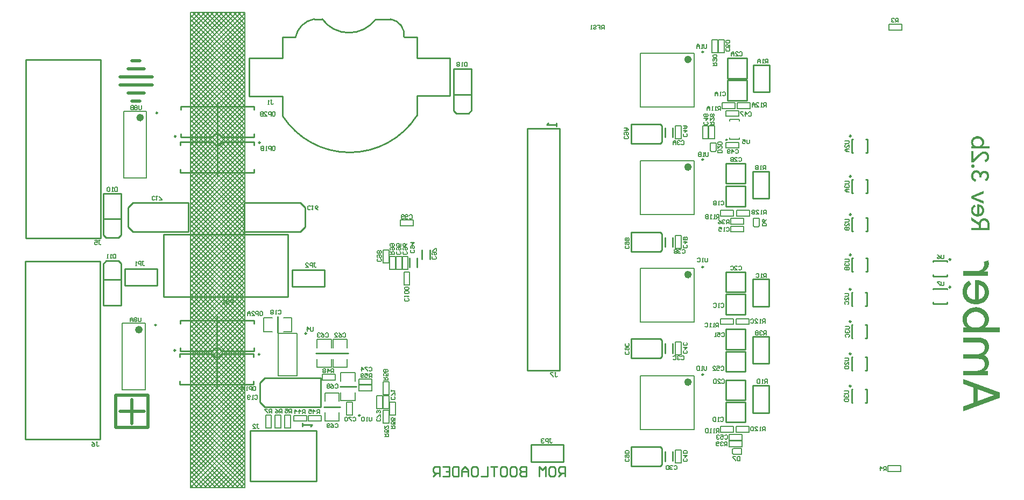
<source format=gbo>
G04*
G04 #@! TF.GenerationSoftware,Altium Limited,Altium Designer,19.0.15 (446)*
G04*
G04 Layer_Color=32896*
%FSLAX25Y25*%
%MOIN*%
G70*
G01*
G75*
%ADD10C,0.01000*%
%ADD11C,0.02362*%
%ADD12C,0.00984*%
%ADD13C,0.00800*%
%ADD14C,0.00787*%
%ADD15C,0.02000*%
G36*
X591663Y387212D02*
X591962Y387175D01*
X592250Y387125D01*
X592525Y387050D01*
X592775Y386975D01*
X593013Y386888D01*
X593237Y386788D01*
X593437Y386687D01*
X593625Y386575D01*
X593775Y386488D01*
X593925Y386387D01*
X594037Y386313D01*
X594125Y386238D01*
X594200Y386188D01*
X594238Y386150D01*
X594250Y386138D01*
X594462Y385938D01*
X594650Y385725D01*
X594812Y385512D01*
X594950Y385287D01*
X595062Y385075D01*
X595162Y384862D01*
X595237Y384650D01*
X595300Y384462D01*
X595350Y384275D01*
X595388Y384100D01*
X595412Y383950D01*
X595437Y383812D01*
Y383713D01*
X595450Y383625D01*
Y383562D01*
X595437Y383250D01*
X595400Y382962D01*
X595337Y382700D01*
X595275Y382475D01*
X595200Y382275D01*
X595175Y382200D01*
X595150Y382137D01*
X595125Y382087D01*
X595100Y382050D01*
X595087Y382025D01*
Y382013D01*
X594938Y381763D01*
X594788Y381550D01*
X594625Y381363D01*
X594475Y381212D01*
X594338Y381087D01*
X594225Y381013D01*
X594150Y380950D01*
X594137Y380938D01*
X594125D01*
Y380875D01*
X595200Y380938D01*
X598750D01*
Y379487D01*
X587500D01*
Y380875D01*
X588562D01*
Y380938D01*
X588350Y381087D01*
X588163Y381262D01*
X588000Y381437D01*
X587862Y381612D01*
X587750Y381775D01*
X587663Y381900D01*
X587638Y381950D01*
X587612Y381988D01*
X587600Y382000D01*
Y382013D01*
X587488Y382275D01*
X587400Y382550D01*
X587337Y382812D01*
X587300Y383050D01*
X587275Y383262D01*
X587262Y383350D01*
X587250Y383425D01*
Y383562D01*
X587262Y383838D01*
X587300Y384113D01*
X587362Y384363D01*
X587437Y384612D01*
X587525Y384838D01*
X587625Y385050D01*
X587738Y385238D01*
X587850Y385425D01*
X587950Y385588D01*
X588062Y385725D01*
X588163Y385850D01*
X588250Y385950D01*
X588325Y386025D01*
X588387Y386087D01*
X588425Y386125D01*
X588438Y386138D01*
X588662Y386325D01*
X588912Y386500D01*
X589150Y386637D01*
X589400Y386762D01*
X589650Y386875D01*
X589888Y386963D01*
X590125Y387037D01*
X590350Y387087D01*
X590550Y387138D01*
X590750Y387162D01*
X590912Y387188D01*
X591062Y387212D01*
X591187D01*
X591275Y387225D01*
X591325D01*
X591350D01*
X591663Y387212D01*
D02*
G37*
G36*
X588875Y372937D02*
X592037Y376075D01*
X592375Y376375D01*
X592700Y376638D01*
X593025Y376875D01*
X593325Y377063D01*
X593625Y377238D01*
X593900Y377375D01*
X594163Y377487D01*
X594400Y377575D01*
X594613Y377650D01*
X594812Y377700D01*
X594987Y377737D01*
X595125Y377763D01*
X595250Y377775D01*
X595325Y377787D01*
X595388D01*
X595400D01*
X595638Y377775D01*
X595875Y377750D01*
X596088Y377700D01*
X596300Y377638D01*
X596488Y377562D01*
X596675Y377475D01*
X596838Y377387D01*
X596987Y377300D01*
X597125Y377213D01*
X597250Y377125D01*
X597350Y377038D01*
X597437Y376962D01*
X597512Y376900D01*
X597563Y376850D01*
X597587Y376825D01*
X597600Y376813D01*
X597762Y376625D01*
X597900Y376425D01*
X598012Y376225D01*
X598125Y376025D01*
X598212Y375813D01*
X598275Y375612D01*
X598338Y375413D01*
X598387Y375225D01*
X598425Y375050D01*
X598450Y374887D01*
X598475Y374750D01*
X598488Y374625D01*
X598500Y374513D01*
Y374375D01*
X598488Y374150D01*
X598475Y373938D01*
X598387Y373537D01*
X598287Y373175D01*
X598225Y373012D01*
X598163Y372863D01*
X598088Y372725D01*
X598025Y372613D01*
X597975Y372513D01*
X597925Y372425D01*
X597875Y372350D01*
X597837Y372300D01*
X597825Y372275D01*
X597813Y372263D01*
X597687Y372100D01*
X597550Y371962D01*
X597412Y371825D01*
X597262Y371700D01*
X596987Y371487D01*
X596725Y371325D01*
X596488Y371213D01*
X596387Y371163D01*
X596300Y371125D01*
X596238Y371100D01*
X596187Y371075D01*
X596150Y371062D01*
X596138D01*
X595612Y372375D01*
X595837Y372450D01*
X596037Y372550D01*
X596225Y372662D01*
X596375Y372787D01*
X596500Y372900D01*
X596600Y372988D01*
X596650Y373050D01*
X596675Y373075D01*
X596825Y373288D01*
X596925Y373500D01*
X597000Y373712D01*
X597062Y373913D01*
X597087Y374088D01*
X597100Y374225D01*
X597113Y374275D01*
Y374350D01*
X597087Y374662D01*
X597038Y374938D01*
X596950Y375175D01*
X596863Y375375D01*
X596775Y375537D01*
X596688Y375662D01*
X596637Y375738D01*
X596613Y375763D01*
X596513Y375863D01*
X596413Y375950D01*
X596212Y376075D01*
X596012Y376175D01*
X595825Y376250D01*
X595650Y376288D01*
X595525Y376300D01*
X595475Y376312D01*
X595437D01*
X595412D01*
X595400D01*
X595250D01*
X595113Y376288D01*
X594838Y376225D01*
X594575Y376137D01*
X594350Y376050D01*
X594163Y375950D01*
X594088Y375900D01*
X594025Y375863D01*
X593975Y375825D01*
X593937Y375800D01*
X593913Y375787D01*
X593900Y375775D01*
X593762Y375662D01*
X593600Y375537D01*
X593437Y375400D01*
X593262Y375250D01*
X592912Y374925D01*
X592562Y374600D01*
X592400Y374450D01*
X592238Y374312D01*
X592100Y374175D01*
X591988Y374062D01*
X591888Y373975D01*
X591813Y373900D01*
X591762Y373850D01*
X591750Y373837D01*
X588938Y371062D01*
X587500D01*
Y377912D01*
X588875D01*
Y372937D01*
D02*
G37*
G36*
X588637Y369662D02*
X588788Y369625D01*
X588912Y369575D01*
X589025Y369525D01*
X589113Y369462D01*
X589175Y369412D01*
X589213Y369375D01*
X589225Y369362D01*
X589325Y369250D01*
X589400Y369112D01*
X589463Y368987D01*
X589500Y368875D01*
X589525Y368762D01*
X589537Y368675D01*
Y368600D01*
X589525Y368438D01*
X589488Y368300D01*
X589437Y368175D01*
X589388Y368062D01*
X589325Y367975D01*
X589275Y367900D01*
X589237Y367863D01*
X589225Y367850D01*
X589113Y367750D01*
X588987Y367675D01*
X588863Y367613D01*
X588737Y367575D01*
X588637Y367550D01*
X588550Y367537D01*
X588500D01*
X588475D01*
X588312Y367550D01*
X588163Y367587D01*
X588037Y367637D01*
X587925Y367700D01*
X587838Y367750D01*
X587775Y367800D01*
X587725Y367838D01*
X587712Y367850D01*
X587612Y367975D01*
X587537Y368100D01*
X587488Y368225D01*
X587450Y368337D01*
X587425Y368450D01*
X587413Y368525D01*
Y368600D01*
X587425Y368762D01*
X587463Y368913D01*
X587512Y369050D01*
X587563Y369150D01*
X587612Y369237D01*
X587663Y369313D01*
X587700Y369350D01*
X587712Y369362D01*
X587838Y369462D01*
X587962Y369537D01*
X588088Y369600D01*
X588212Y369637D01*
X588312Y369662D01*
X588400Y369675D01*
X588450D01*
X588475D01*
X588637Y369662D01*
D02*
G37*
G36*
X590863Y366125D02*
X591162Y366075D01*
X591425Y366000D01*
X591650Y365913D01*
X591838Y365812D01*
X591913Y365775D01*
X591975Y365738D01*
X592037Y365712D01*
X592075Y365687D01*
X592088Y365663D01*
X592100D01*
X592338Y365475D01*
X592550Y365263D01*
X592737Y365037D01*
X592887Y364825D01*
X593000Y364637D01*
X593050Y364563D01*
X593087Y364488D01*
X593113Y364425D01*
X593138Y364387D01*
X593150Y364363D01*
Y364350D01*
X593213D01*
X593363Y364600D01*
X593525Y364825D01*
X593713Y365013D01*
X593900Y365188D01*
X594088Y365325D01*
X594275Y365438D01*
X594475Y365538D01*
X594650Y365613D01*
X594825Y365663D01*
X595000Y365712D01*
X595138Y365750D01*
X595275Y365762D01*
X595375Y365775D01*
X595463Y365788D01*
X595512D01*
X595525D01*
X595762Y365775D01*
X595988Y365750D01*
X596212Y365700D01*
X596413Y365637D01*
X596600Y365563D01*
X596775Y365488D01*
X596938Y365400D01*
X597075Y365313D01*
X597213Y365225D01*
X597325Y365138D01*
X597425Y365062D01*
X597500Y364987D01*
X597563Y364925D01*
X597612Y364875D01*
X597638Y364850D01*
X597650Y364838D01*
X597800Y364650D01*
X597925Y364450D01*
X598050Y364250D01*
X598138Y364050D01*
X598225Y363850D01*
X598287Y363650D01*
X598400Y363263D01*
X598425Y363088D01*
X598450Y362937D01*
X598475Y362788D01*
X598488Y362663D01*
X598500Y362562D01*
Y362425D01*
X598488Y362212D01*
X598475Y362013D01*
X598400Y361625D01*
X598313Y361287D01*
X598250Y361138D01*
X598200Y361000D01*
X598138Y360862D01*
X598088Y360750D01*
X598025Y360663D01*
X597988Y360575D01*
X597950Y360512D01*
X597913Y360462D01*
X597900Y360437D01*
X597888Y360425D01*
X597638Y360125D01*
X597375Y359875D01*
X597113Y359663D01*
X596863Y359500D01*
X596637Y359375D01*
X596537Y359325D01*
X596450Y359288D01*
X596387Y359250D01*
X596338Y359225D01*
X596300Y359212D01*
X596287D01*
X595713Y360550D01*
X595962Y360650D01*
X596175Y360775D01*
X596362Y360912D01*
X596525Y361063D01*
X596663Y361212D01*
X596775Y361375D01*
X596863Y361525D01*
X596938Y361675D01*
X597000Y361825D01*
X597038Y361963D01*
X597075Y362087D01*
X597087Y362200D01*
X597100Y362300D01*
X597113Y362363D01*
Y362425D01*
X597100Y362725D01*
X597050Y363000D01*
X596975Y363225D01*
X596900Y363425D01*
X596812Y363575D01*
X596750Y363700D01*
X596700Y363762D01*
X596675Y363788D01*
X596500Y363963D01*
X596313Y364088D01*
X596125Y364188D01*
X595937Y364250D01*
X595775Y364287D01*
X595638Y364300D01*
X595600Y364313D01*
X595563D01*
X595538D01*
X595525D01*
X595388D01*
X595250Y364287D01*
X595013Y364225D01*
X594800Y364138D01*
X594613Y364037D01*
X594475Y363937D01*
X594362Y363850D01*
X594300Y363788D01*
X594275Y363775D01*
Y363762D01*
X594112Y363550D01*
X594000Y363313D01*
X593913Y363075D01*
X593862Y362850D01*
X593825Y362650D01*
X593813Y362562D01*
Y362500D01*
X593800Y362438D01*
Y361525D01*
X592450D01*
Y362625D01*
X592425Y362788D01*
X592362Y363088D01*
X592275Y363350D01*
X592175Y363575D01*
X592075Y363762D01*
X592025Y363838D01*
X591988Y363900D01*
X591950Y363950D01*
X591925Y363987D01*
X591913Y364000D01*
X591900Y364013D01*
X591800Y364125D01*
X591687Y364237D01*
X591575Y364325D01*
X591463Y364400D01*
X591237Y364512D01*
X591025Y364587D01*
X590837Y364637D01*
X590750Y364650D01*
X590688Y364663D01*
X590625Y364675D01*
X590588D01*
X590562D01*
X590550D01*
X590400Y364663D01*
X590263Y364650D01*
X589988Y364575D01*
X589762Y364475D01*
X589563Y364363D01*
X589400Y364250D01*
X589275Y364150D01*
X589200Y364075D01*
X589187Y364062D01*
X589175Y364050D01*
X589075Y363925D01*
X589000Y363800D01*
X588863Y363538D01*
X588763Y363287D01*
X588700Y363050D01*
X588650Y362838D01*
X588637Y362750D01*
Y362675D01*
X588625Y362613D01*
Y362525D01*
X588650Y362238D01*
X588700Y361963D01*
X588775Y361725D01*
X588863Y361525D01*
X588950Y361363D01*
X589025Y361238D01*
X589075Y361162D01*
X589100Y361150D01*
Y361138D01*
X589300Y360938D01*
X589525Y360775D01*
X589750Y360625D01*
X589975Y360512D01*
X590175Y360425D01*
X590263Y360387D01*
X590338Y360363D01*
X590400Y360337D01*
X590450Y360325D01*
X590475Y360313D01*
X590487D01*
X589925Y359000D01*
X589700Y359075D01*
X589500Y359150D01*
X589113Y359350D01*
X588938Y359462D01*
X588775Y359575D01*
X588625Y359687D01*
X588500Y359800D01*
X588375Y359900D01*
X588263Y360000D01*
X588175Y360100D01*
X588100Y360175D01*
X588037Y360238D01*
X588000Y360300D01*
X587975Y360325D01*
X587962Y360337D01*
X587838Y360525D01*
X587725Y360713D01*
X587638Y360900D01*
X587550Y361087D01*
X587488Y361275D01*
X587425Y361462D01*
X587337Y361800D01*
X587313Y361950D01*
X587288Y362087D01*
X587275Y362212D01*
X587262Y362325D01*
X587250Y362413D01*
Y362525D01*
X587262Y362812D01*
X587288Y363075D01*
X587337Y363337D01*
X587400Y363575D01*
X587463Y363800D01*
X587550Y364013D01*
X587638Y364212D01*
X587725Y364387D01*
X587813Y364550D01*
X587887Y364687D01*
X587975Y364812D01*
X588037Y364913D01*
X588100Y365000D01*
X588150Y365050D01*
X588175Y365088D01*
X588188Y365100D01*
X588375Y365287D01*
X588562Y365450D01*
X588750Y365587D01*
X588950Y365712D01*
X589150Y365812D01*
X589350Y365900D01*
X589537Y365963D01*
X589725Y366025D01*
X589888Y366062D01*
X590050Y366100D01*
X590188Y366112D01*
X590312Y366138D01*
X590413D01*
X590487Y366150D01*
X590538D01*
X590550D01*
X590863Y366125D01*
D02*
G37*
G36*
X595200Y351600D02*
X589225Y349300D01*
Y349262D01*
X595200Y347000D01*
Y345438D01*
X587500Y348550D01*
Y349988D01*
X595200Y353137D01*
Y351600D01*
D02*
G37*
G36*
X591600Y344925D02*
X591950Y344900D01*
X592263Y344837D01*
X592562Y344775D01*
X592837Y344700D01*
X593100Y344613D01*
X593325Y344525D01*
X593538Y344425D01*
X593725Y344325D01*
X593888Y344237D01*
X594025Y344150D01*
X594137Y344075D01*
X594225Y344012D01*
X594287Y343963D01*
X594325Y343925D01*
X594338Y343913D01*
X594537Y343712D01*
X594700Y343500D01*
X594850Y343287D01*
X594975Y343062D01*
X595087Y342838D01*
X595175Y342600D01*
X595250Y342388D01*
X595312Y342175D01*
X595363Y341975D01*
X595388Y341788D01*
X595412Y341613D01*
X595437Y341475D01*
Y341350D01*
X595450Y341263D01*
Y341188D01*
X595437Y340887D01*
X595400Y340587D01*
X595337Y340313D01*
X595262Y340062D01*
X595175Y339812D01*
X595075Y339587D01*
X594975Y339387D01*
X594863Y339200D01*
X594750Y339025D01*
X594650Y338875D01*
X594550Y338750D01*
X594462Y338650D01*
X594387Y338562D01*
X594325Y338500D01*
X594287Y338462D01*
X594275Y338450D01*
X594050Y338263D01*
X593813Y338100D01*
X593575Y337963D01*
X593325Y337838D01*
X593087Y337737D01*
X592837Y337650D01*
X592600Y337575D01*
X592375Y337525D01*
X592163Y337475D01*
X591975Y337450D01*
X591800Y337425D01*
X591650Y337400D01*
X591525D01*
X591425Y337387D01*
X591375D01*
X591350D01*
X591025Y337400D01*
X590712Y337438D01*
X590425Y337488D01*
X590137Y337562D01*
X589888Y337637D01*
X589638Y337737D01*
X589412Y337838D01*
X589213Y337937D01*
X589038Y338037D01*
X588875Y338138D01*
X588737Y338238D01*
X588625Y338313D01*
X588538Y338387D01*
X588462Y338438D01*
X588425Y338475D01*
X588413Y338488D01*
X588212Y338700D01*
X588025Y338925D01*
X587875Y339150D01*
X587738Y339387D01*
X587625Y339625D01*
X587537Y339862D01*
X587463Y340088D01*
X587400Y340300D01*
X587350Y340500D01*
X587313Y340687D01*
X587288Y340862D01*
X587262Y341000D01*
Y341125D01*
X587250Y341213D01*
Y341287D01*
X587262Y341500D01*
X587275Y341712D01*
X587337Y342100D01*
X587425Y342450D01*
X587475Y342613D01*
X587525Y342762D01*
X587575Y342900D01*
X587612Y343012D01*
X587663Y343112D01*
X587700Y343200D01*
X587738Y343275D01*
X587762Y343325D01*
X587787Y343350D01*
Y343362D01*
X588013Y343688D01*
X588263Y343975D01*
X588513Y344225D01*
X588763Y344438D01*
X588975Y344600D01*
X589075Y344662D01*
X589150Y344712D01*
X589225Y344762D01*
X589275Y344788D01*
X589300Y344812D01*
X589313D01*
X589950Y343513D01*
X589700Y343362D01*
X589488Y343200D01*
X589313Y343025D01*
X589150Y342838D01*
X589012Y342663D01*
X588900Y342488D01*
X588812Y342313D01*
X588737Y342138D01*
X588675Y341975D01*
X588637Y341825D01*
X588600Y341687D01*
X588588Y341575D01*
X588575Y341488D01*
X588562Y341412D01*
Y341350D01*
X588575Y341162D01*
X588588Y340987D01*
X588675Y340650D01*
X588775Y340350D01*
X588912Y340100D01*
X588975Y339987D01*
X589038Y339900D01*
X589087Y339812D01*
X589138Y339738D01*
X589187Y339687D01*
X589225Y339650D01*
X589237Y339625D01*
X589250Y339613D01*
X589388Y339488D01*
X589525Y339375D01*
X589675Y339275D01*
X589825Y339188D01*
X590137Y339062D01*
X590425Y338963D01*
X590562Y338937D01*
X590688Y338913D01*
X590788Y338888D01*
X590887Y338875D01*
X590963D01*
X591025Y338862D01*
X591062D01*
X591075D01*
Y344913D01*
X591237Y344937D01*
X591600Y344925D01*
D02*
G37*
G36*
X592137Y333625D02*
X592175Y333663D01*
X592238Y333875D01*
X592300Y334075D01*
X592462Y334450D01*
X592562Y334625D01*
X592662Y334788D01*
X592763Y334925D01*
X592850Y335063D01*
X592950Y335175D01*
X593038Y335287D01*
X593125Y335375D01*
X593188Y335450D01*
X593250Y335512D01*
X593300Y335550D01*
X593325Y335575D01*
X593337Y335588D01*
X593512Y335725D01*
X593687Y335838D01*
X593862Y335938D01*
X594037Y336025D01*
X594212Y336100D01*
X594387Y336162D01*
X594712Y336250D01*
X594850Y336287D01*
X594987Y336313D01*
X595100Y336325D01*
X595200Y336337D01*
X595288Y336350D01*
X595350D01*
X595388D01*
X595400D01*
X595662Y336337D01*
X595913Y336300D01*
X596150Y336250D01*
X596375Y336188D01*
X596588Y336112D01*
X596788Y336025D01*
X596962Y335925D01*
X597125Y335838D01*
X597275Y335737D01*
X597412Y335637D01*
X597525Y335550D01*
X597612Y335475D01*
X597687Y335413D01*
X597750Y335363D01*
X597775Y335325D01*
X597788Y335313D01*
X597963Y335113D01*
X598100Y334912D01*
X598238Y334700D01*
X598350Y334488D01*
X598438Y334288D01*
X598513Y334075D01*
X598575Y333875D01*
X598625Y333687D01*
X598675Y333500D01*
X598700Y333337D01*
X598725Y333200D01*
X598737Y333075D01*
X598750Y332962D01*
Y328988D01*
X587500D01*
Y330437D01*
X592050D01*
Y332037D01*
X587500Y335075D01*
Y336788D01*
X587563D01*
X592137Y333625D01*
D02*
G37*
G36*
X598075Y309825D02*
X598175Y309475D01*
X598250Y309125D01*
X598300Y308775D01*
X598325Y308500D01*
X598350Y308250D01*
Y308050D01*
X598325Y307550D01*
X598225Y307075D01*
X598075Y306625D01*
X597925Y306200D01*
X597750Y305850D01*
X597625Y305575D01*
X597550Y305475D01*
X597525Y305400D01*
X597475Y305375D01*
Y305350D01*
X597125Y304875D01*
X596775Y304500D01*
X596425Y304175D01*
X596100Y303925D01*
X595800Y303750D01*
X595575Y303650D01*
X595425Y303575D01*
X595400Y303550D01*
X595375D01*
Y303425D01*
X597900D01*
Y300650D01*
X582500D01*
Y303550D01*
X590975D01*
X591300Y303575D01*
X591625Y303600D01*
X592200Y303750D01*
X592725Y303925D01*
X593175Y304150D01*
X593550Y304375D01*
X593700Y304475D01*
X593825Y304575D01*
X593925Y304650D01*
X594000Y304700D01*
X594025Y304725D01*
X594050Y304750D01*
X594275Y304975D01*
X594500Y305225D01*
X594675Y305475D01*
X594825Y305725D01*
X595050Y306200D01*
X595200Y306625D01*
X595300Y307025D01*
X595325Y307175D01*
X595350Y307325D01*
X595375Y307450D01*
Y308000D01*
X595350Y308350D01*
X595300Y308650D01*
X595275Y308900D01*
X595225Y309075D01*
X595175Y309200D01*
X595150Y309275D01*
Y309300D01*
X597950Y310175D01*
X598075Y309825D01*
D02*
G37*
G36*
X590700Y298000D02*
X591400Y297950D01*
X592025Y297825D01*
X592625Y297700D01*
X593175Y297550D01*
X593700Y297375D01*
X594150Y297200D01*
X594575Y297000D01*
X594950Y296800D01*
X595275Y296625D01*
X595550Y296450D01*
X595775Y296300D01*
X595950Y296175D01*
X596075Y296075D01*
X596150Y296000D01*
X596175Y295975D01*
X596575Y295575D01*
X596900Y295150D01*
X597200Y294725D01*
X597450Y294275D01*
X597675Y293825D01*
X597850Y293350D01*
X598000Y292925D01*
X598125Y292500D01*
X598225Y292100D01*
X598275Y291725D01*
X598325Y291375D01*
X598375Y291100D01*
Y290850D01*
X598400Y290675D01*
Y290525D01*
X598375Y289925D01*
X598300Y289325D01*
X598175Y288775D01*
X598025Y288275D01*
X597850Y287775D01*
X597650Y287325D01*
X597450Y286925D01*
X597225Y286550D01*
X597000Y286200D01*
X596800Y285900D01*
X596600Y285650D01*
X596425Y285450D01*
X596275Y285275D01*
X596150Y285150D01*
X596075Y285075D01*
X596050Y285050D01*
X595600Y284675D01*
X595125Y284350D01*
X594650Y284075D01*
X594150Y283825D01*
X593675Y283625D01*
X593175Y283450D01*
X592700Y283300D01*
X592250Y283200D01*
X591825Y283100D01*
X591450Y283050D01*
X591100Y283000D01*
X590800Y282950D01*
X590550D01*
X590350Y282925D01*
X590250D01*
X590200D01*
X589550Y282950D01*
X588925Y283025D01*
X588350Y283125D01*
X587775Y283275D01*
X587275Y283425D01*
X586775Y283625D01*
X586325Y283825D01*
X585925Y284025D01*
X585575Y284225D01*
X585250Y284425D01*
X584975Y284625D01*
X584750Y284775D01*
X584575Y284925D01*
X584425Y285025D01*
X584350Y285100D01*
X584325Y285125D01*
X583925Y285550D01*
X583550Y286000D01*
X583250Y286450D01*
X582975Y286925D01*
X582750Y287400D01*
X582575Y287875D01*
X582425Y288325D01*
X582300Y288750D01*
X582200Y289150D01*
X582125Y289525D01*
X582075Y289875D01*
X582025Y290150D01*
Y290400D01*
X582000Y290575D01*
Y290725D01*
X582025Y291150D01*
X582050Y291575D01*
X582175Y292350D01*
X582350Y293050D01*
X582450Y293375D01*
X582550Y293675D01*
X582650Y293950D01*
X582725Y294175D01*
X582825Y294375D01*
X582900Y294550D01*
X582975Y294700D01*
X583025Y294800D01*
X583075Y294850D01*
Y294875D01*
X583525Y295525D01*
X584025Y296100D01*
X584525Y296600D01*
X585025Y297025D01*
X585450Y297350D01*
X585650Y297475D01*
X585800Y297575D01*
X585950Y297675D01*
X586050Y297725D01*
X586100Y297775D01*
X586125D01*
X587400Y295175D01*
X586900Y294875D01*
X586475Y294550D01*
X586125Y294200D01*
X585800Y293825D01*
X585525Y293475D01*
X585300Y293125D01*
X585125Y292775D01*
X584975Y292425D01*
X584850Y292100D01*
X584775Y291800D01*
X584700Y291525D01*
X584675Y291300D01*
X584650Y291125D01*
X584625Y290975D01*
Y290850D01*
X584650Y290475D01*
X584675Y290125D01*
X584850Y289450D01*
X585050Y288850D01*
X585325Y288350D01*
X585450Y288125D01*
X585575Y287950D01*
X585675Y287775D01*
X585775Y287625D01*
X585875Y287525D01*
X585950Y287450D01*
X585975Y287400D01*
X586000Y287375D01*
X586275Y287125D01*
X586550Y286900D01*
X586850Y286700D01*
X587150Y286525D01*
X587775Y286275D01*
X588350Y286075D01*
X588625Y286025D01*
X588875Y285975D01*
X589075Y285925D01*
X589275Y285900D01*
X589425D01*
X589550Y285875D01*
X589625D01*
X589650D01*
Y297975D01*
X589975Y298025D01*
X590700Y298000D01*
D02*
G37*
G36*
X590825Y281125D02*
X591425Y281050D01*
X592000Y280950D01*
X592550Y280800D01*
X593050Y280650D01*
X593525Y280475D01*
X593975Y280275D01*
X594375Y280075D01*
X594750Y279850D01*
X595050Y279675D01*
X595350Y279475D01*
X595575Y279325D01*
X595750Y279175D01*
X595900Y279075D01*
X595975Y279000D01*
X596000Y278975D01*
X596425Y278575D01*
X596800Y278150D01*
X597125Y277725D01*
X597400Y277275D01*
X597625Y276850D01*
X597825Y276425D01*
X597975Y276000D01*
X598100Y275625D01*
X598200Y275250D01*
X598275Y274900D01*
X598325Y274600D01*
X598375Y274325D01*
Y274125D01*
X598400Y273950D01*
Y273825D01*
X598375Y273200D01*
X598300Y272625D01*
X598175Y272100D01*
X598050Y271650D01*
X597900Y271250D01*
X597850Y271100D01*
X597800Y270975D01*
X597750Y270875D01*
X597700Y270800D01*
X597675Y270750D01*
Y270725D01*
X597375Y270225D01*
X597075Y269800D01*
X596750Y269425D01*
X596450Y269125D01*
X596175Y268875D01*
X595950Y268725D01*
X595800Y268600D01*
X595775Y268575D01*
X595750D01*
Y268450D01*
X597900Y268575D01*
X605000D01*
Y265675D01*
X582500D01*
Y268450D01*
X584625D01*
Y268575D01*
X584200Y268875D01*
X583825Y269225D01*
X583500Y269575D01*
X583225Y269925D01*
X583000Y270250D01*
X582825Y270500D01*
X582775Y270600D01*
X582725Y270675D01*
X582700Y270700D01*
Y270725D01*
X582475Y271250D01*
X582300Y271800D01*
X582175Y272325D01*
X582100Y272800D01*
X582050Y273225D01*
X582025Y273400D01*
X582000Y273550D01*
Y273825D01*
X582025Y274375D01*
X582100Y274925D01*
X582225Y275425D01*
X582375Y275925D01*
X582550Y276375D01*
X582750Y276800D01*
X582975Y277175D01*
X583200Y277550D01*
X583400Y277875D01*
X583625Y278150D01*
X583825Y278400D01*
X584000Y278600D01*
X584150Y278750D01*
X584275Y278875D01*
X584350Y278950D01*
X584375Y278975D01*
X584825Y279350D01*
X585325Y279700D01*
X585800Y279975D01*
X586300Y280225D01*
X586800Y280450D01*
X587275Y280625D01*
X587750Y280775D01*
X588200Y280875D01*
X588600Y280975D01*
X589000Y281025D01*
X589325Y281075D01*
X589625Y281125D01*
X589875D01*
X590050Y281150D01*
X590150D01*
X590200D01*
X590825Y281125D01*
D02*
G37*
G36*
X592650Y262250D02*
X593175Y262225D01*
X593650Y262150D01*
X594100Y262050D01*
X594525Y261950D01*
X594900Y261825D01*
X595250Y261675D01*
X595550Y261550D01*
X595825Y261425D01*
X596075Y261275D01*
X596275Y261150D01*
X596450Y261050D01*
X596575Y260950D01*
X596675Y260900D01*
X596725Y260850D01*
X596750Y260825D01*
X597050Y260550D01*
X597300Y260225D01*
X597525Y259900D01*
X597700Y259575D01*
X597875Y259225D01*
X598000Y258875D01*
X598200Y258225D01*
X598275Y257900D01*
X598325Y257625D01*
X598350Y257375D01*
X598375Y257150D01*
X598400Y256950D01*
Y256700D01*
X598375Y256075D01*
X598275Y255500D01*
X598125Y254950D01*
X597950Y254450D01*
X597725Y253975D01*
X597475Y253525D01*
X597200Y253125D01*
X596925Y252775D01*
X596650Y252450D01*
X596375Y252175D01*
X596125Y251950D01*
X595900Y251750D01*
X595725Y251600D01*
X595575Y251500D01*
X595475Y251425D01*
X595450Y251400D01*
X595950Y251150D01*
X596375Y250850D01*
X596725Y250525D01*
X597050Y250225D01*
X597275Y249950D01*
X597450Y249725D01*
X597575Y249550D01*
X597600Y249525D01*
Y249500D01*
X597875Y249000D01*
X598075Y248500D01*
X598200Y248000D01*
X598300Y247525D01*
X598350Y247125D01*
X598375Y246950D01*
X598400Y246800D01*
Y246525D01*
X598375Y246025D01*
X598275Y245525D01*
X598175Y245075D01*
X598025Y244650D01*
X597900Y244300D01*
X597775Y244025D01*
X597725Y243925D01*
X597675Y243875D01*
X597650Y243825D01*
Y243800D01*
X597350Y243325D01*
X597050Y242900D01*
X596725Y242550D01*
X596425Y242275D01*
X596150Y242050D01*
X595950Y241900D01*
X595800Y241800D01*
X595775Y241775D01*
X595750D01*
Y241650D01*
X597900D01*
Y238875D01*
X582500D01*
Y241775D01*
X591000D01*
X591350Y241800D01*
X591700Y241825D01*
X592325Y241950D01*
X592900Y242125D01*
X593375Y242350D01*
X593600Y242450D01*
X593775Y242550D01*
X593950Y242650D01*
X594075Y242725D01*
X594175Y242800D01*
X594250Y242850D01*
X594300Y242900D01*
X594325D01*
X594575Y243125D01*
X594800Y243350D01*
X594975Y243575D01*
X595150Y243825D01*
X595300Y244050D01*
X595400Y244275D01*
X595575Y244725D01*
X595675Y245100D01*
X595700Y245275D01*
X595725Y245425D01*
X595750Y245550D01*
Y246025D01*
X595700Y246350D01*
X595600Y246900D01*
X595450Y247350D01*
X595275Y247700D01*
X595100Y247975D01*
X594950Y248175D01*
X594850Y248300D01*
X594800Y248325D01*
X594600Y248475D01*
X594400Y248600D01*
X593900Y248800D01*
X593400Y248925D01*
X592875Y249025D01*
X592425Y249075D01*
X592200Y249100D01*
X592025Y249125D01*
X591875D01*
X591775D01*
X591700D01*
X591675D01*
X582500D01*
Y252025D01*
X591000D01*
X591350Y252050D01*
X591700Y252075D01*
X592325Y252200D01*
X592900Y252375D01*
X593375Y252600D01*
X593600Y252700D01*
X593775Y252800D01*
X593950Y252900D01*
X594075Y252975D01*
X594175Y253050D01*
X594250Y253100D01*
X594300Y253150D01*
X594325D01*
X594575Y253375D01*
X594800Y253600D01*
X594975Y253825D01*
X595150Y254075D01*
X595300Y254300D01*
X595400Y254525D01*
X595575Y254975D01*
X595675Y255350D01*
X595700Y255525D01*
X595725Y255675D01*
X595750Y255800D01*
Y256275D01*
X595700Y256600D01*
X595600Y257150D01*
X595450Y257600D01*
X595275Y257950D01*
X595100Y258225D01*
X594950Y258425D01*
X594850Y258550D01*
X594800Y258575D01*
X594600Y258725D01*
X594400Y258850D01*
X593900Y259050D01*
X593400Y259175D01*
X592875Y259275D01*
X592425Y259325D01*
X592200Y259350D01*
X592025Y259375D01*
X591875D01*
X591775D01*
X591700D01*
X591675D01*
X582500D01*
Y262275D01*
X592100D01*
X592650Y262250D01*
D02*
G37*
G36*
X605000Y228250D02*
Y224975D01*
X582500Y216500D01*
Y219700D01*
X588600Y221900D01*
Y231375D01*
X582500Y233525D01*
Y236750D01*
X605000Y228250D01*
D02*
G37*
%LPC*%
G36*
X591463Y385775D02*
X591400D01*
X591362D01*
X591350D01*
X591125Y385763D01*
X590912Y385750D01*
X590525Y385663D01*
X590338Y385613D01*
X590175Y385550D01*
X590025Y385488D01*
X589888Y385425D01*
X589762Y385363D01*
X589663Y385300D01*
X589563Y385238D01*
X589488Y385188D01*
X589425Y385138D01*
X589388Y385100D01*
X589362Y385087D01*
X589350Y385075D01*
X589213Y384938D01*
X589087Y384800D01*
X588987Y384650D01*
X588900Y384500D01*
X588825Y384350D01*
X588750Y384212D01*
X588662Y383938D01*
X588600Y383687D01*
X588588Y383588D01*
X588575Y383500D01*
X588562Y383425D01*
Y383325D01*
X588575Y383137D01*
X588600Y382950D01*
X588637Y382775D01*
X588688Y382612D01*
X588812Y382312D01*
X588950Y382050D01*
X589025Y381938D01*
X589087Y381838D01*
X589162Y381763D01*
X589213Y381687D01*
X589262Y381638D01*
X589300Y381600D01*
X589325Y381575D01*
X589337Y381562D01*
X589488Y381437D01*
X589650Y381337D01*
X589813Y381250D01*
X589988Y381163D01*
X590325Y381037D01*
X590637Y380962D01*
X590788Y380938D01*
X590925Y380912D01*
X591038Y380900D01*
X591150Y380888D01*
X591237Y380875D01*
X591300D01*
X591337D01*
X591350D01*
X591575Y380888D01*
X591787Y380900D01*
X592175Y380988D01*
X592350Y381037D01*
X592513Y381087D01*
X592662Y381150D01*
X592800Y381225D01*
X592925Y381288D01*
X593025Y381350D01*
X593125Y381400D01*
X593200Y381450D01*
X593262Y381500D01*
X593300Y381538D01*
X593325Y381550D01*
X593337Y381562D01*
X593475Y381700D01*
X593600Y381838D01*
X593700Y381988D01*
X593787Y382137D01*
X593875Y382288D01*
X593937Y382437D01*
X594025Y382713D01*
X594088Y382950D01*
X594100Y383063D01*
X594112Y383150D01*
X594125Y383225D01*
Y383325D01*
X594112Y383512D01*
X594088Y383700D01*
X594050Y383875D01*
X594000Y384037D01*
X593875Y384337D01*
X593738Y384588D01*
X593663Y384700D01*
X593587Y384800D01*
X593525Y384875D01*
X593463Y384950D01*
X593412Y385000D01*
X593375Y385037D01*
X593350Y385063D01*
X593337Y385075D01*
X593188Y385200D01*
X593025Y385313D01*
X592863Y385400D01*
X592700Y385475D01*
X592362Y385600D01*
X592050Y385687D01*
X591913Y385713D01*
X591775Y385737D01*
X591650Y385750D01*
X591550Y385763D01*
X591463Y385775D01*
D02*
G37*
G36*
X592312Y343388D02*
X592287D01*
X592275D01*
Y338975D01*
X592575Y339062D01*
X592850Y339175D01*
X593075Y339300D01*
X593275Y339438D01*
X593425Y339550D01*
X593538Y339650D01*
X593600Y339725D01*
X593625Y339738D01*
Y339750D01*
X593787Y339975D01*
X593913Y340225D01*
X594000Y340450D01*
X594063Y340675D01*
X594100Y340875D01*
X594112Y340950D01*
Y341025D01*
X594125Y341088D01*
Y341162D01*
X594100Y341512D01*
X594037Y341825D01*
X593962Y342100D01*
X593862Y342325D01*
X593762Y342500D01*
X593725Y342575D01*
X593687Y342625D01*
X593650Y342675D01*
X593625Y342712D01*
X593612Y342725D01*
X593600Y342738D01*
X593388Y342937D01*
X593175Y343088D01*
X592950Y343200D01*
X592737Y343287D01*
X592550Y343337D01*
X592413Y343375D01*
X592350D01*
X592312Y343388D01*
D02*
G37*
G36*
X595475Y334875D02*
X595437D01*
X595412D01*
X595400D01*
X595250Y334862D01*
X595100Y334850D01*
X594825Y334775D01*
X594575Y334675D01*
X594375Y334562D01*
X594200Y334450D01*
X594075Y334350D01*
X594037Y334313D01*
X594000Y334275D01*
X593988Y334262D01*
X593975Y334250D01*
X593875Y334138D01*
X593787Y334013D01*
X593650Y333763D01*
X593550Y333512D01*
X593488Y333275D01*
X593437Y333075D01*
X593425Y332987D01*
Y332912D01*
X593412Y332850D01*
Y330437D01*
X597375D01*
Y332862D01*
X597363Y333025D01*
X597350Y333175D01*
X597288Y333450D01*
X597188Y333700D01*
X597075Y333900D01*
X596962Y334075D01*
X596875Y334200D01*
X596825Y334238D01*
X596800Y334275D01*
X596788Y334288D01*
X596775Y334300D01*
X596663Y334400D01*
X596550Y334488D01*
X596313Y334637D01*
X596088Y334737D01*
X595862Y334800D01*
X595675Y334850D01*
X595600Y334862D01*
X595538D01*
X595475Y334875D01*
D02*
G37*
G36*
X592125Y294925D02*
X592075D01*
X592050D01*
Y286100D01*
X592650Y286275D01*
X593200Y286500D01*
X593650Y286750D01*
X594050Y287025D01*
X594350Y287250D01*
X594575Y287450D01*
X594700Y287600D01*
X594750Y287625D01*
Y287650D01*
X595075Y288100D01*
X595325Y288600D01*
X595500Y289050D01*
X595625Y289500D01*
X595700Y289900D01*
X595725Y290050D01*
Y290200D01*
X595750Y290325D01*
Y290475D01*
X595700Y291175D01*
X595575Y291800D01*
X595425Y292350D01*
X595225Y292800D01*
X595025Y293150D01*
X594950Y293300D01*
X594875Y293400D01*
X594800Y293500D01*
X594750Y293575D01*
X594725Y293600D01*
X594700Y293625D01*
X594275Y294025D01*
X593850Y294325D01*
X593400Y294550D01*
X592975Y294725D01*
X592600Y294825D01*
X592325Y294900D01*
X592200D01*
X592125Y294925D01*
D02*
G37*
G36*
X590425Y278250D02*
X590300D01*
X590225D01*
X590200D01*
X589750Y278225D01*
X589325Y278200D01*
X588550Y278025D01*
X588175Y277925D01*
X587850Y277800D01*
X587550Y277675D01*
X587275Y277550D01*
X587025Y277425D01*
X586825Y277300D01*
X586625Y277175D01*
X586475Y277075D01*
X586350Y276975D01*
X586275Y276900D01*
X586225Y276875D01*
X586200Y276850D01*
X585925Y276575D01*
X585675Y276300D01*
X585475Y276000D01*
X585300Y275700D01*
X585150Y275400D01*
X585000Y275125D01*
X584825Y274575D01*
X584700Y274075D01*
X584675Y273875D01*
X584650Y273700D01*
X584625Y273550D01*
Y273350D01*
X584650Y272975D01*
X584700Y272600D01*
X584775Y272250D01*
X584875Y271925D01*
X585125Y271325D01*
X585400Y270800D01*
X585550Y270575D01*
X585675Y270375D01*
X585825Y270225D01*
X585925Y270075D01*
X586025Y269975D01*
X586100Y269900D01*
X586150Y269850D01*
X586175Y269825D01*
X586475Y269575D01*
X586800Y269375D01*
X587125Y269200D01*
X587475Y269025D01*
X588150Y268775D01*
X588775Y268625D01*
X589075Y268575D01*
X589350Y268525D01*
X589575Y268500D01*
X589800Y268475D01*
X589975Y268450D01*
X590100D01*
X590175D01*
X590200D01*
X590650Y268475D01*
X591075Y268500D01*
X591850Y268675D01*
X592200Y268775D01*
X592525Y268875D01*
X592825Y269000D01*
X593100Y269150D01*
X593350Y269275D01*
X593550Y269400D01*
X593750Y269500D01*
X593900Y269600D01*
X594025Y269700D01*
X594100Y269775D01*
X594150Y269800D01*
X594175Y269825D01*
X594450Y270100D01*
X594700Y270375D01*
X594900Y270675D01*
X595075Y270975D01*
X595250Y271275D01*
X595375Y271575D01*
X595550Y272125D01*
X595675Y272600D01*
X595700Y272825D01*
X595725Y273000D01*
X595750Y273150D01*
Y273350D01*
X595725Y273725D01*
X595675Y274100D01*
X595600Y274450D01*
X595500Y274775D01*
X595250Y275375D01*
X594975Y275875D01*
X594825Y276100D01*
X594675Y276300D01*
X594550Y276450D01*
X594425Y276600D01*
X594325Y276700D01*
X594250Y276775D01*
X594200Y276825D01*
X594175Y276850D01*
X593875Y277100D01*
X593550Y277325D01*
X593225Y277500D01*
X592900Y277650D01*
X592225Y277900D01*
X591600Y278075D01*
X591325Y278125D01*
X591050Y278175D01*
X590800Y278200D01*
X590600Y278225D01*
X590425Y278250D01*
D02*
G37*
G36*
X591300Y230350D02*
Y222875D01*
X601450Y226550D01*
Y226675D01*
X591300Y230350D01*
D02*
G37*
%LPD*%
D10*
X208886Y214055D02*
G03*
X208886Y214055I-500J0D01*
G01*
X436201Y384945D02*
G03*
X436201Y384945I-394J0D01*
G01*
X146740Y251898D02*
G03*
X146740Y251898I-500J0D01*
G01*
X513099Y387217D02*
G03*
X513099Y387217I-566J0D01*
G01*
X185421Y459731D02*
G03*
X218410Y459572I16553J12082D01*
G01*
X160709Y399921D02*
G03*
X244009Y399921I41650J26630D01*
G01*
X236009Y448621D02*
G03*
X227810Y459721I-9650J1450D01*
G01*
X180317Y459778D02*
G03*
X168809Y448521I2442J-14007D01*
G01*
X94693Y387047D02*
G03*
X94693Y387047I-500J0D01*
G01*
X94457Y254410D02*
G03*
X94457Y254410I-500J0D01*
G01*
X146976Y383236D02*
G03*
X146976Y383236I-500J0D01*
G01*
X574783Y293613D02*
G03*
X574783Y293613I-566J0D01*
G01*
Y310739D02*
G03*
X574783Y310739I-566J0D01*
G01*
X512981Y232217D02*
G03*
X512981Y232217I-566J0D01*
G01*
Y272217D02*
G03*
X512981Y272217I-566J0D01*
G01*
X513099Y313556D02*
G03*
X513099Y313556I-566J0D01*
G01*
Y362217D02*
G03*
X513099Y362217I-566J0D01*
G01*
X512981Y252217D02*
G03*
X512981Y252217I-566J0D01*
G01*
Y292217D02*
G03*
X512981Y292217I-566J0D01*
G01*
X513099Y338556D02*
G03*
X513099Y338556I-566J0D01*
G01*
X97240Y250398D02*
Y252398D01*
Y233398D02*
Y235398D01*
Y233398D02*
X142740D01*
Y235398D01*
Y250398D02*
Y252398D01*
X123240D02*
X142740D01*
X121240Y250398D02*
X123240Y252398D01*
X119240Y250398D02*
X121240D01*
X117240Y252398D02*
X119240Y250398D01*
X97240Y252398D02*
X117240D01*
X120140Y230898D02*
Y255398D01*
X49756Y335872D02*
X60756D01*
X49756Y351772D02*
X60756D01*
X49756Y325872D02*
Y351772D01*
Y325872D02*
X51356Y324272D01*
X60756Y325972D02*
Y351772D01*
X59056Y324272D02*
X60756Y325972D01*
X51356Y324272D02*
X59056D01*
X513433Y385417D02*
X513933D01*
X513433Y376917D02*
Y385417D01*
Y376917D02*
X513933D01*
X521933Y385417D02*
X522933D01*
Y376917D02*
Y385417D01*
X521933Y376917D02*
X522933D01*
X1756Y434551D02*
X48256D01*
Y324051D02*
Y434551D01*
X1756Y324051D02*
X48256D01*
X1756D02*
Y434551D01*
X87100Y287700D02*
Y326200D01*
X164100D01*
Y287700D02*
Y326200D01*
X87100Y287700D02*
X164100D01*
X218410Y459721D02*
X227810D01*
X180317Y459778D02*
X185409D01*
X140209Y412021D02*
Y435621D01*
Y412021D02*
X160709D01*
Y399921D02*
Y412021D01*
X244009Y399921D02*
Y412221D01*
X264409D01*
Y435621D01*
X244009D02*
X264409D01*
X244009D02*
Y448621D01*
X236010D02*
X244009D01*
X160809Y435621D02*
Y448521D01*
X140209Y435621D02*
X160809D01*
Y448521D02*
X168809D01*
X312461Y391795D02*
X332461D01*
Y241795D02*
Y391795D01*
X312461Y241795D02*
X332461D01*
X312461D02*
Y391795D01*
X166900Y293900D02*
Y304400D01*
X186900D01*
Y293900D02*
Y304400D01*
X166900Y293900D02*
X186900D01*
X137254Y346000D02*
X170754D01*
X137254Y328000D02*
Y346000D01*
X170754D02*
X171754D01*
X174754Y343000D01*
Y331000D02*
Y343000D01*
X171754Y328000D02*
X174754Y331000D01*
X137254Y328000D02*
X171754D01*
X451977Y263020D02*
X462077D01*
Y246220D02*
Y263020D01*
X451977Y246220D02*
X462077D01*
X451977D02*
Y263020D01*
X395764Y183685D02*
Y193685D01*
X394764Y182685D02*
X395764Y183685D01*
X376764Y182685D02*
X394764D01*
Y194685D02*
X395764Y193685D01*
X376764Y194685D02*
X394764D01*
X376764Y182685D02*
Y194685D01*
X435429Y241122D02*
X447429D01*
X435429D02*
Y253622D01*
X447429D01*
Y241122D02*
Y253622D01*
X196319Y231992D02*
X206319D01*
X181728Y173159D02*
Y204659D01*
X140728D02*
X181728D01*
X140728Y173159D02*
Y204659D01*
Y173159D02*
X181728D01*
X314800Y185300D02*
Y195800D01*
X334800D01*
Y185300D02*
Y195800D01*
X314800Y185300D02*
X334800D01*
X150900Y219200D02*
X184400D01*
Y237200D01*
X149900Y219200D02*
X150900D01*
X146900Y222200D02*
X149900Y219200D01*
X146900Y222200D02*
Y234200D01*
X149900Y237200D01*
X184400D01*
X157900Y265300D02*
Y275300D01*
X69046Y327900D02*
X102546D01*
Y345900D01*
X68046Y327900D02*
X69046D01*
X65046Y330900D02*
X68046Y327900D01*
X65046Y330900D02*
Y342900D01*
X68046Y345900D01*
X102546D01*
X143193Y386547D02*
Y388547D01*
Y403547D02*
Y405547D01*
X97693D02*
X143193D01*
X97693Y403547D02*
Y405547D01*
Y386547D02*
Y388547D01*
Y386547D02*
X117193D01*
X119193Y388547D01*
X121193D01*
X123193Y386547D01*
X143193D01*
X120293Y383547D02*
Y408047D01*
X142957Y253909D02*
Y255909D01*
Y270910D02*
Y272909D01*
X97457D02*
X142957D01*
X97457Y270910D02*
Y272909D01*
Y253909D02*
Y255909D01*
Y253909D02*
X116957D01*
X118957Y255909D01*
X120957D01*
X122957Y253909D01*
X142957D01*
X120057Y250909D02*
Y275410D01*
X97476Y381736D02*
Y383736D01*
Y364736D02*
Y366736D01*
Y364736D02*
X142976D01*
Y366736D01*
Y381736D02*
Y383736D01*
X123476D02*
X142976D01*
X121476Y381736D02*
X123476Y383736D01*
X119476Y381736D02*
X121476D01*
X117476Y383736D02*
X119476Y381736D01*
X97476Y383736D02*
X117476D01*
X120376Y362236D02*
Y386736D01*
X563917Y283213D02*
Y284213D01*
Y283213D02*
X572417D01*
Y284213D01*
X563917Y292213D02*
Y292713D01*
X572417D01*
Y292213D02*
Y292713D01*
Y309339D02*
Y309839D01*
X563917D02*
X572417D01*
X563917Y309339D02*
Y309839D01*
X572417Y300339D02*
Y301339D01*
X563917Y300339D02*
X572417D01*
X563917D02*
Y301339D01*
X521815Y221917D02*
X522815D01*
Y230417D01*
X521815D02*
X522815D01*
X513315Y221917D02*
X513815D01*
X513315D02*
Y230417D01*
X513815D01*
X513315Y270417D02*
X513815D01*
X513315Y261917D02*
Y270417D01*
Y261917D02*
X513815D01*
X521815Y270417D02*
X522815D01*
Y261917D02*
Y270417D01*
X521815Y261917D02*
X522815D01*
X521933Y303256D02*
X522933D01*
Y311756D01*
X521933D02*
X522933D01*
X513433Y303256D02*
X513933D01*
X513433D02*
Y311756D01*
X513933D01*
X513433Y360417D02*
X513933D01*
X513433Y351917D02*
Y360417D01*
Y351917D02*
X513933D01*
X521933Y360417D02*
X522933D01*
Y351917D02*
Y360417D01*
X521933Y351917D02*
X522933D01*
X521815Y241917D02*
X522815D01*
Y250417D01*
X521815D02*
X522815D01*
X513315Y241917D02*
X513815D01*
X513315D02*
Y250417D01*
X513815D01*
X513315Y290417D02*
X513815D01*
X513315Y281917D02*
Y290417D01*
Y281917D02*
X513815D01*
X521815Y290417D02*
X522815D01*
Y281917D02*
Y290417D01*
X521815Y281917D02*
X522815D01*
X521933Y328256D02*
X522933D01*
Y336756D01*
X521933D02*
X522933D01*
X513433Y328256D02*
X513933D01*
X513433D02*
Y336756D01*
X513933D01*
X1362Y309748D02*
X47862D01*
Y199248D02*
Y309748D01*
X1362Y199248D02*
X47862D01*
X1362D02*
Y309748D01*
X266685Y413037D02*
X277685D01*
X266685Y428937D02*
X277685D01*
X266685Y403037D02*
Y428937D01*
Y403037D02*
X268285Y401437D01*
X277685Y403137D02*
Y428937D01*
X275985Y401437D02*
X277685Y403137D01*
X268285Y401437D02*
X275985D01*
X51456Y309791D02*
X59156D01*
X49756Y308091D02*
X51456Y309791D01*
X49756Y282291D02*
Y308091D01*
X59156Y309791D02*
X60756Y308191D01*
Y282291D02*
Y308191D01*
X49756Y282291D02*
X60756D01*
X49756Y298191D02*
X60756D01*
X186476Y219197D02*
X196476D01*
X181555Y252661D02*
X191555D01*
X191398D02*
X201398D01*
X402538Y386725D02*
Y392425D01*
X397738Y386625D02*
Y392425D01*
X402538Y318713D02*
Y324413D01*
X397738Y318613D02*
Y324413D01*
X402538Y252768D02*
Y258469D01*
X397738Y252668D02*
Y258469D01*
X402538Y185839D02*
Y191539D01*
X397738Y185739D02*
Y191539D01*
X239273Y305909D02*
Y311610D01*
X244073Y305909D02*
Y311709D01*
X247147Y310831D02*
Y316531D01*
X251947Y310831D02*
Y316631D01*
X436413Y409429D02*
X448413D01*
X436413D02*
Y421929D01*
X448413D01*
Y409429D02*
Y421929D01*
X435429Y343681D02*
X447429D01*
X435429D02*
Y356181D01*
X447429D01*
Y343681D02*
Y356181D01*
X435429Y276752D02*
X447429D01*
X435429D02*
Y289252D01*
X447429D01*
Y276752D02*
Y289252D01*
X435429Y209823D02*
X447429D01*
X435429D02*
Y222323D01*
X447429D01*
Y209823D02*
Y222323D01*
X436413Y423012D02*
X448413D01*
X436413D02*
Y435512D01*
X448413D01*
Y423012D02*
Y435512D01*
X435429Y357854D02*
X447429D01*
X435429D02*
Y370354D01*
X447429D01*
Y357854D02*
Y370354D01*
X435399Y290451D02*
X447399D01*
X435399D02*
Y302951D01*
X447399D01*
Y290451D02*
Y302951D01*
X435429Y223602D02*
X447429D01*
X435429D02*
Y236102D01*
X447429D01*
Y223602D02*
Y236102D01*
X435429Y255098D02*
X447429D01*
X435429D02*
Y267598D01*
X447429D01*
Y255098D02*
Y267598D01*
X452371Y431327D02*
X462471D01*
Y414527D02*
Y431327D01*
X452371Y414527D02*
X462471D01*
X452371D02*
Y431327D01*
X451977Y348582D02*
Y365382D01*
Y348582D02*
X462077D01*
Y365382D01*
X451977D02*
X462077D01*
X451977Y298453D02*
X462077D01*
Y281653D02*
Y298453D01*
X451977Y281653D02*
X462077D01*
X451977D02*
Y298453D01*
Y215708D02*
Y232508D01*
Y215708D02*
X462077D01*
Y232508D01*
X451977D02*
X462077D01*
X395764Y383488D02*
Y393488D01*
X394764Y382488D02*
X395764Y383488D01*
X376764Y382488D02*
X394764D01*
Y394488D02*
X395764Y393488D01*
X376764Y394488D02*
X394764D01*
X376764Y382488D02*
Y394488D01*
X395764Y316559D02*
Y326559D01*
X394764Y315559D02*
X395764Y316559D01*
X376764Y315559D02*
X394764D01*
Y327559D02*
X395764Y326559D01*
X376764Y327559D02*
X394764D01*
X376764Y315559D02*
Y327559D01*
X395764Y250614D02*
Y260614D01*
X394764Y249614D02*
X395764Y250614D01*
X376764Y249614D02*
X394764D01*
Y261614D02*
X395764Y260614D01*
X376764Y261614D02*
X394764D01*
X376764Y249614D02*
Y261614D01*
X63100Y294500D02*
Y305000D01*
X83100D01*
Y294500D02*
Y305000D01*
X63100Y294500D02*
X83100D01*
X330461Y395295D02*
Y393296D01*
Y394296D01*
X324463D01*
X325462Y395295D01*
X173228Y207159D02*
Y209158D01*
Y208159D01*
X179226D01*
X178227Y207159D01*
X335900Y176200D02*
Y182198D01*
X332901D01*
X331901Y181198D01*
Y179199D01*
X332901Y178199D01*
X335900D01*
X333901D02*
X331901Y176200D01*
X326903Y182198D02*
X328902D01*
X329902Y181198D01*
Y177200D01*
X328902Y176200D01*
X326903D01*
X325903Y177200D01*
Y181198D01*
X326903Y182198D01*
X323904Y176200D02*
Y182198D01*
X321904Y180199D01*
X319905Y182198D01*
Y176200D01*
X311908Y182198D02*
Y176200D01*
X308909D01*
X307909Y177200D01*
Y178199D01*
X308909Y179199D01*
X311908D01*
X308909D01*
X307909Y180199D01*
Y181198D01*
X308909Y182198D01*
X311908D01*
X302911D02*
X304910D01*
X305910Y181198D01*
Y177200D01*
X304910Y176200D01*
X302911D01*
X301911Y177200D01*
Y181198D01*
X302911Y182198D01*
X296913D02*
X298912D01*
X299912Y181198D01*
Y177200D01*
X298912Y176200D01*
X296913D01*
X295913Y177200D01*
Y181198D01*
X296913Y182198D01*
X293914D02*
X289915D01*
X291914D01*
Y176200D01*
X287915Y182198D02*
Y176200D01*
X283917D01*
X278918Y182198D02*
X280918D01*
X281918Y181198D01*
Y177200D01*
X280918Y176200D01*
X278918D01*
X277919Y177200D01*
Y181198D01*
X278918Y182198D01*
X275919Y176200D02*
Y180199D01*
X273920Y182198D01*
X271921Y180199D01*
Y176200D01*
Y179199D01*
X275919D01*
X269921Y182198D02*
Y176200D01*
X266922D01*
X265923Y177200D01*
Y181198D01*
X266922Y182198D01*
X269921D01*
X259925D02*
X263923D01*
Y176200D01*
X259925D01*
X263923Y179199D02*
X261924D01*
X257925Y176200D02*
Y182198D01*
X254926D01*
X253926Y181198D01*
Y179199D01*
X254926Y178199D01*
X257925D01*
X255926D02*
X253926Y176200D01*
D11*
X413130Y434748D02*
G03*
X413130Y434748I-1181J0D01*
G01*
X72972Y267228D02*
G03*
X72972Y267228I-1181J0D01*
G01*
X73760Y398724D02*
G03*
X73760Y398724I-1181J0D01*
G01*
X413130Y234701D02*
G03*
X413130Y234701I-1181J0D01*
G01*
Y301383D02*
G03*
X413130Y301383I-1181J0D01*
G01*
Y368066D02*
G03*
X413130Y368066I-1181J0D01*
G01*
D12*
X421496Y439472D02*
G03*
X421496Y439472I-492J0D01*
G01*
X175613Y264892D02*
G03*
X175613Y264892I-492J0D01*
G01*
X82520Y270181D02*
G03*
X82520Y270181I-492J0D01*
G01*
X83307Y401677D02*
G03*
X83307Y401677I-492J0D01*
G01*
X421496Y239425D02*
G03*
X421496Y239425I-492J0D01*
G01*
Y306108D02*
G03*
X421496Y306108I-492J0D01*
G01*
Y372790D02*
G03*
X421496Y372790I-492J0D01*
G01*
D13*
X130398Y463882D02*
X137539Y456740D01*
X127569Y463882D02*
X137539Y453912D01*
X136055Y463882D02*
X137539Y462397D01*
X133226Y463882D02*
X137539Y459569D01*
X119084Y463882D02*
X137539Y445427D01*
X116256Y463882D02*
X137539Y442598D01*
X124741Y463882D02*
X137539Y451084D01*
X121913Y463882D02*
X137539Y448255D01*
X107770Y463882D02*
X137539Y434113D01*
X104942Y463882D02*
X137539Y431285D01*
X113427Y463882D02*
X137539Y439770D01*
X110599Y463882D02*
X137539Y436941D01*
X103681Y462314D02*
X137539Y428456D01*
X103681Y426680D02*
X137539Y460539D01*
X103681Y429509D02*
X137539Y463367D01*
X103681Y387082D02*
X137539Y420941D01*
X103681Y419888D02*
X137539Y386030D01*
X103681Y415367D02*
X137539Y449225D01*
X103681Y448172D02*
X137539Y414314D01*
X103681Y381426D02*
X137539Y415284D01*
X103681Y414231D02*
X137539Y380373D01*
X103681Y384254D02*
X137539Y418112D01*
X103681Y417059D02*
X137539Y383201D01*
X103681Y456657D02*
X137539Y422799D01*
X103681Y421024D02*
X137539Y454882D01*
X103681Y459486D02*
X137539Y425628D01*
X103681Y423852D02*
X137539Y457710D01*
X103681Y418195D02*
X137539Y452053D01*
X103681Y451001D02*
X137539Y417142D01*
X103681Y453829D02*
X137539Y419971D01*
X103681Y454965D02*
X112598Y463882D01*
X103681Y452136D02*
X115427Y463882D01*
X103681Y463450D02*
X104113Y463882D01*
X103681Y460622D02*
X106941Y463882D01*
X103681Y445344D02*
X137539Y411485D01*
X103681Y409710D02*
X137539Y443568D01*
X103681Y449308D02*
X118255Y463882D01*
X103681Y412538D02*
X137539Y446397D01*
X103681Y443651D02*
X123912Y463882D01*
X103681Y440823D02*
X126740Y463882D01*
X103681Y457793D02*
X109770Y463882D01*
X103681Y446479D02*
X121083Y463882D01*
X103681Y435166D02*
X132397Y463882D01*
X103681Y432337D02*
X135226Y463882D01*
X103681Y437994D02*
X129569Y463882D01*
X103681Y378597D02*
X137539Y412455D01*
X103681Y411403D02*
X137539Y377544D01*
X103681Y389911D02*
X137539Y423769D01*
X103681Y422716D02*
X137539Y388858D01*
X103681Y372940D02*
X137539Y406799D01*
X103681Y405746D02*
X137539Y371887D01*
X103681Y375769D02*
X137539Y409627D01*
X103681Y408574D02*
X137539Y374716D01*
X103681Y439687D02*
X137539Y405829D01*
X103681Y436858D02*
X137539Y403000D01*
X103681Y442515D02*
X137539Y408657D01*
X103681Y406881D02*
X137539Y440740D01*
X103681Y392739D02*
X137539Y426597D01*
X103681Y425545D02*
X137539Y391687D01*
X103681Y395568D02*
X137539Y429426D01*
X103681Y360491D02*
X137539Y326633D01*
X103681Y324857D02*
X137539Y358715D01*
X103681Y363319D02*
X137539Y329461D01*
X103681Y327685D02*
X137539Y361544D01*
Y169401D02*
Y463882D01*
X103681Y354834D02*
X137539Y320976D01*
X103681Y357662D02*
X137539Y323804D01*
X103681Y322028D02*
X137539Y355887D01*
X103681Y316372D02*
X137539Y350230D01*
X103681Y349177D02*
X137539Y315319D01*
X103681Y319200D02*
X137539Y353058D01*
X103681Y352006D02*
X137539Y318147D01*
X103681Y346349D02*
X137539Y312490D01*
X103681Y310715D02*
X137539Y344573D01*
X103681Y313543D02*
X137539Y347401D01*
X120759Y169401D02*
X137539Y186181D01*
X123587Y169401D02*
X137539Y183353D01*
X115102Y169401D02*
X137539Y191838D01*
X117930Y169401D02*
X137539Y189009D01*
X132073Y169401D02*
X137539Y174867D01*
X134901Y169401D02*
X137539Y172039D01*
X126416Y169401D02*
X137539Y180524D01*
X129244Y169401D02*
X137539Y177696D01*
X103788Y169401D02*
X137539Y203152D01*
X103788Y169401D02*
X137539Y203152D01*
X103681Y343520D02*
X137539Y309662D01*
X103681Y340692D02*
X137539Y306834D01*
X109445Y169401D02*
X137539Y197495D01*
X112274Y169401D02*
X137539Y194666D01*
X106617Y169401D02*
X137539Y200323D01*
X103681Y391604D02*
X137539Y357745D01*
X103681Y355970D02*
X137539Y389828D01*
X103681Y394432D02*
X137539Y360574D01*
X103681Y358798D02*
X137539Y392656D01*
X103681Y385947D02*
X137539Y352088D01*
X103681Y350313D02*
X137539Y384171D01*
X103681Y388775D02*
X137539Y354917D01*
X103681Y353141D02*
X137539Y387000D01*
X103681Y367283D02*
X137539Y401142D01*
X103681Y400089D02*
X137539Y366231D01*
X103681Y370112D02*
X137539Y403970D01*
X103681Y402917D02*
X137539Y369059D01*
X103681Y397260D02*
X137539Y363402D01*
X103681Y361627D02*
X137539Y395485D01*
X103681Y364455D02*
X137539Y398313D01*
X103681Y336171D02*
X137539Y370029D01*
X103681Y368976D02*
X137539Y335118D01*
X103681Y338999D02*
X137539Y372857D01*
X103681Y371805D02*
X137539Y337946D01*
X103681Y366148D02*
X137539Y332289D01*
X103681Y330514D02*
X137539Y364372D01*
X103681Y333342D02*
X137539Y367200D01*
X103681Y380290D02*
X137539Y346432D01*
X103681Y344656D02*
X137539Y378514D01*
X103681Y383118D02*
X137539Y349260D01*
X103681Y347484D02*
X137539Y381343D01*
X103681Y341828D02*
X137539Y375686D01*
X103681Y374633D02*
X137539Y340775D01*
X103681Y377461D02*
X137539Y343603D01*
X103681Y262632D02*
X137539Y296490D01*
X103681Y295437D02*
X137539Y261579D01*
X103681Y265460D02*
X137539Y299318D01*
X103681Y298265D02*
X137539Y264407D01*
X103681Y256975D02*
X137539Y290833D01*
X103681Y289780D02*
X137539Y255922D01*
X103681Y259803D02*
X137539Y293661D01*
X103681Y292608D02*
X137539Y258750D01*
X103681Y306751D02*
X137539Y272892D01*
X103681Y271117D02*
X137539Y304975D01*
X103681Y309579D02*
X137539Y275721D01*
X103681Y273945D02*
X137539Y307804D01*
X103681Y268288D02*
X137539Y302147D01*
X103681Y301094D02*
X137539Y267235D01*
X103681Y303922D02*
X137539Y270064D01*
X103681Y275638D02*
X137539Y241780D01*
X103681Y240004D02*
X137539Y273862D01*
X103681Y278466D02*
X137539Y244608D01*
X103681Y242832D02*
X137539Y276691D01*
X103681Y269981D02*
X137539Y236123D01*
X103681Y234347D02*
X137539Y268205D01*
X103681Y272810D02*
X137539Y238951D01*
X103681Y237176D02*
X137539Y271034D01*
X103681Y251318D02*
X137539Y285176D01*
X103681Y284123D02*
X137539Y250265D01*
X103681Y254146D02*
X137539Y288004D01*
X103681Y286952D02*
X137539Y253093D01*
X103681Y281295D02*
X137539Y247436D01*
X103681Y245661D02*
X137539Y279519D01*
X103681Y248489D02*
X137539Y282348D01*
X103681Y337863D02*
X137539Y304005D01*
X103681Y302229D02*
X137539Y336088D01*
X103681Y307886D02*
X137539Y341745D01*
X103681Y305058D02*
X137539Y338916D01*
X103681Y332207D02*
X137539Y298348D01*
X103681Y296573D02*
X137539Y330431D01*
X103681Y335035D02*
X137539Y301177D01*
X103681Y299401D02*
X137539Y333259D01*
X103681Y401225D02*
X137539Y435083D01*
X103681Y434030D02*
X137539Y400172D01*
X103681Y463882D02*
X137539D01*
X103681Y404053D02*
X137539Y437911D01*
X103681Y431202D02*
X137539Y397343D01*
X103681Y428373D02*
X137539Y394515D01*
X103681Y398396D02*
X137539Y432254D01*
X103681Y282431D02*
X137539Y316289D01*
X103681Y315236D02*
X137539Y281378D01*
X103681Y285259D02*
X137539Y319117D01*
X103681Y318064D02*
X137539Y284206D01*
X103681Y312407D02*
X137539Y278549D01*
X103681Y276774D02*
X137539Y310632D01*
X103681Y279602D02*
X137539Y313460D01*
X103681Y326550D02*
X137539Y292691D01*
X103681Y290916D02*
X137539Y324774D01*
X103681Y329378D02*
X137539Y295520D01*
X103681Y293744D02*
X137539Y327603D01*
X103681Y288087D02*
X137539Y321946D01*
X103681Y320893D02*
X137539Y287035D01*
X103681Y323721D02*
X137539Y289863D01*
X103681Y220205D02*
X137539Y254063D01*
X103681Y253011D02*
X137539Y219152D01*
X103681Y223033D02*
X137539Y256892D01*
X103681Y255839D02*
X137539Y221981D01*
X103681Y214548D02*
X137539Y248407D01*
X103681Y247354D02*
X137539Y213495D01*
X103681Y217377D02*
X137539Y251235D01*
X103681Y250182D02*
X137539Y216324D01*
X103681Y264324D02*
X137539Y230466D01*
X103681Y228690D02*
X137539Y262549D01*
X103681Y267153D02*
X137539Y233294D01*
X103681Y231519D02*
X137539Y265377D01*
X103681Y225862D02*
X137539Y259720D01*
X103681Y258667D02*
X137539Y224809D01*
X103681Y261496D02*
X137539Y227638D01*
X103681Y233211D02*
X137539Y199353D01*
X103681Y197578D02*
X137539Y231436D01*
X103681Y236040D02*
X137539Y202182D01*
X103681Y200406D02*
X137539Y234264D01*
X103681Y227555D02*
X137539Y193696D01*
X103681Y191921D02*
X137539Y225779D01*
X103681Y230383D02*
X137539Y196525D01*
X103681Y194749D02*
X137539Y228608D01*
X103681Y208891D02*
X137539Y242750D01*
X103681Y241697D02*
X137539Y207839D01*
X103681Y211720D02*
X137539Y245578D01*
X103681Y244525D02*
X137539Y210667D01*
X103681Y238868D02*
X137539Y205010D01*
X103681Y203235D02*
X137539Y237093D01*
X103681Y206063D02*
X137539Y239921D01*
X103681Y213412D02*
X137539Y179554D01*
X103681Y177779D02*
X137539Y211637D01*
X103681Y216241D02*
X137539Y182383D01*
X103681Y180607D02*
X137539Y214465D01*
X103681Y207756D02*
X137539Y173897D01*
X103681Y172122D02*
X137539Y205980D01*
X103681Y210584D02*
X137539Y176726D01*
X103681Y174950D02*
X137539Y208808D01*
X103681Y221898D02*
X137539Y188040D01*
X103681Y186264D02*
X137539Y220122D01*
X103681Y224726D02*
X137539Y190868D01*
X103681Y189092D02*
X137539Y222951D01*
X103681Y219069D02*
X137539Y185211D01*
X103681Y183435D02*
X137539Y217294D01*
X103681Y169401D02*
Y463882D01*
Y185128D02*
X119409Y169401D01*
X103681Y182300D02*
X116580Y169401D01*
X103681Y179471D02*
X113752Y169401D01*
X103681Y176643D02*
X110923Y169401D01*
X103681Y173814D02*
X108095Y169401D01*
X103681D02*
X137539D01*
X103681Y170986D02*
X105267Y169401D01*
X103681Y204927D02*
X137539Y171069D01*
X103681Y202099D02*
X136379Y169401D01*
X103681Y199270D02*
X133551Y169401D01*
X103681Y196442D02*
X130722Y169401D01*
X103681Y193614D02*
X127894Y169401D01*
X103681Y190785D02*
X125066Y169401D01*
X103681Y187957D02*
X122237Y169401D01*
X196919Y223192D02*
X205719D01*
X196919D02*
Y228392D01*
X205719Y223192D02*
Y228392D01*
X196919Y240592D02*
X205719D01*
X196919Y235392D02*
Y240592D01*
X205719Y235392D02*
Y240592D01*
X426497Y377498D02*
X428797D01*
X429497Y378198D01*
Y383098D01*
X425797Y378198D02*
X426497Y377498D01*
X425797Y378198D02*
Y383098D01*
X429497D01*
X449731Y203600D02*
Y207200D01*
X441732Y203600D02*
X449731D01*
X441732D02*
Y207200D01*
X449731D01*
X449831Y270500D02*
Y274100D01*
X441831Y270500D02*
X449831D01*
X441831D02*
Y274100D01*
X449831D01*
X450032Y337700D02*
Y341300D01*
X442031Y337700D02*
X450032D01*
X442031D02*
Y341300D01*
X450032D01*
X450368Y404400D02*
Y408000D01*
X442369Y404400D02*
X450368D01*
X442369D02*
Y408000D01*
X450368D01*
X432031Y203600D02*
Y207200D01*
X440031D01*
Y203600D02*
Y207200D01*
X432031Y203600D02*
X440031D01*
X432031Y270500D02*
Y274100D01*
X440031D01*
Y270500D02*
Y274100D01*
X432031Y270500D02*
X440031D01*
X432031Y337700D02*
Y341300D01*
X440031D01*
Y337700D02*
Y341300D01*
X432031Y337700D02*
X440031D01*
X433032Y404400D02*
Y408000D01*
X441032D01*
Y404400D02*
Y408000D01*
X433032Y404400D02*
X441032D01*
X161300Y265900D02*
X166500D01*
X161300Y274700D02*
X166500D01*
Y265900D02*
Y274700D01*
X149100Y265900D02*
X154300D01*
X149100Y274700D02*
X154300D01*
X149100Y265900D02*
Y274700D01*
X438469Y331400D02*
X446468D01*
X438469Y327800D02*
Y331400D01*
Y327800D02*
X446468D01*
Y331400D01*
X187076Y210597D02*
Y215797D01*
X195876Y210597D02*
Y215797D01*
X187076Y210597D02*
X195876D01*
X187076Y222797D02*
Y227997D01*
X195876Y222797D02*
Y227997D01*
X187076D02*
X195876D01*
X190955Y256061D02*
Y261261D01*
X182155Y256061D02*
Y261261D01*
X190955D01*
Y243861D02*
Y249061D01*
X182155Y243861D02*
Y249061D01*
Y243861D02*
X190955D01*
X200798Y256061D02*
Y261261D01*
X191998Y256061D02*
Y261261D01*
X200798D01*
Y243861D02*
Y249061D01*
X191998Y243861D02*
Y249061D01*
Y243861D02*
X200798D01*
X404243Y393472D02*
X407843D01*
Y385472D02*
Y393472D01*
X404243Y385472D02*
X407843D01*
X404243D02*
Y393472D01*
Y325559D02*
X407843D01*
Y317559D02*
Y325559D01*
X404243Y317559D02*
X407843D01*
X404243D02*
Y325559D01*
Y259614D02*
X407843D01*
Y251614D02*
Y259614D01*
X404243Y251614D02*
X407843D01*
X404243D02*
Y259614D01*
Y192685D02*
X407843D01*
Y184685D02*
Y192685D01*
X404243Y184685D02*
X407843D01*
X404243D02*
Y192685D01*
X435508Y399483D02*
Y403084D01*
X443508D01*
Y399483D02*
Y403084D01*
X435508Y399483D02*
X443508D01*
X420976Y385472D02*
X424576D01*
X420976D02*
Y393472D01*
X424576D01*
Y385472D02*
Y393472D01*
X435508Y379798D02*
Y383398D01*
X443508D01*
Y379798D02*
Y383398D01*
X435508Y379798D02*
X443508D01*
X430700Y438932D02*
X434300D01*
X430700D02*
Y446932D01*
X434300D01*
Y438932D02*
Y446932D01*
X445476Y198696D02*
Y202296D01*
X437476Y198696D02*
X445476D01*
X437476D02*
Y202296D01*
X445476D01*
X200503Y222213D02*
X204103D01*
Y214213D02*
Y222213D01*
X200503Y214213D02*
X204103D01*
X200503D02*
Y222213D01*
X223141Y218150D02*
X226741D01*
X223141D02*
Y226150D01*
X226741D01*
Y218150D02*
Y226150D01*
X219204Y226150D02*
X222804D01*
Y218150D02*
Y226150D01*
X219204Y218150D02*
X222804D01*
X219204D02*
Y226150D01*
X216146Y233145D02*
Y236745D01*
X208146Y233145D02*
X216146D01*
X208146D02*
Y236745D01*
X216146D01*
X231015Y304764D02*
X234615D01*
X231015D02*
Y312764D01*
X234615D01*
Y304764D02*
Y312764D01*
X234952Y304764D02*
X238552D01*
X234952D02*
Y312764D01*
X238552D01*
Y304764D02*
Y312764D01*
X223141Y316701D02*
X226741D01*
Y308701D02*
Y316701D01*
X223141Y308701D02*
X226741D01*
X223141D02*
Y316701D01*
X233736Y331570D02*
Y335170D01*
X241736D01*
Y331570D02*
Y335170D01*
X233736Y331570D02*
X241736D01*
X235936Y302921D02*
X239536D01*
Y294921D02*
Y302921D01*
X235936Y294921D02*
X239536D01*
X235936D02*
Y302921D01*
X536295Y453027D02*
X544295D01*
Y456627D01*
X536295D02*
X544295D01*
X536295Y453027D02*
Y456627D01*
X535902Y179405D02*
X543902D01*
Y183005D01*
X535902D02*
X543902D01*
X535902Y179405D02*
Y183005D01*
X165717Y206339D02*
Y214339D01*
X162117D02*
X165717D01*
X162117Y206339D02*
Y214339D01*
Y206339D02*
X165717D01*
X159812D02*
Y214339D01*
X156212D02*
X159812D01*
X156212Y206339D02*
Y214339D01*
Y206339D02*
X159812D01*
X153906D02*
Y214339D01*
X150306D02*
X153906D01*
X150306Y206339D02*
Y214339D01*
Y206339D02*
X153906D01*
X424913Y385472D02*
Y393472D01*
Y385472D02*
X428513D01*
Y393472D01*
X424913D02*
X428513D01*
X430500Y438969D02*
Y446969D01*
X426900D02*
X430500D01*
X426900Y438969D02*
Y446969D01*
Y438969D02*
X430500D01*
X438461Y332554D02*
X446461D01*
Y336154D01*
X438461D02*
X446461D01*
X438461Y332554D02*
Y336154D01*
X437476Y194759D02*
X445476D01*
Y198359D01*
X437476D02*
X445476D01*
X437476Y194759D02*
Y198359D01*
X167791Y210507D02*
X175791D01*
Y214107D01*
X167791D02*
X175791D01*
X167791Y210507D02*
Y214107D01*
X176650Y210507D02*
X184650D01*
Y214107D01*
X176650D02*
X184650D01*
X176650Y210507D02*
Y214107D01*
X185508Y236098D02*
X193508D01*
Y239698D01*
X185508D02*
X193508D01*
X185508Y236098D02*
Y239698D01*
X226741Y209291D02*
Y217291D01*
X223141D02*
X226741D01*
X223141Y209291D02*
Y217291D01*
Y209291D02*
X226741D01*
X227078Y214213D02*
Y222213D01*
Y214213D02*
X230678D01*
Y222213D01*
X227078D02*
X230678D01*
X226741Y227008D02*
Y235008D01*
X223141D02*
X226741D01*
X223141Y227008D02*
Y235008D01*
Y227008D02*
X226741D01*
X208146Y229208D02*
X216146D01*
Y232808D01*
X208146D02*
X216146D01*
X208146Y229208D02*
Y232808D01*
X230678Y304764D02*
Y312764D01*
X227078D02*
X230678D01*
X227078Y304764D02*
Y312764D01*
Y304764D02*
X230678D01*
X453072Y330845D02*
X455372D01*
X456072Y331545D01*
Y336445D01*
X452372Y331545D02*
X453072Y330845D01*
X452372Y331545D02*
Y336445D01*
X456072D01*
X444945Y189838D02*
Y193538D01*
X440045D02*
X444945D01*
X439345Y192838D02*
X440045Y193538D01*
Y189838D02*
X444945D01*
X439345Y190538D02*
X440045Y189838D01*
X439345Y190538D02*
Y192838D01*
X180134Y308499D02*
X180967D01*
X180550D01*
Y306417D01*
X180967Y306000D01*
X181384D01*
X181800Y306417D01*
X179301Y306000D02*
Y308499D01*
X178051D01*
X177635Y308083D01*
Y307250D01*
X178051Y306833D01*
X179301D01*
X175136Y306000D02*
X176802D01*
X175136Y307666D01*
Y308083D01*
X175552Y308499D01*
X176385D01*
X176802Y308083D01*
X73834Y309499D02*
X74667D01*
X74250D01*
Y307417D01*
X74667Y307000D01*
X75084D01*
X75500Y307417D01*
X73001Y307000D02*
Y309499D01*
X71751D01*
X71335Y309083D01*
Y308250D01*
X71751Y307833D01*
X73001D01*
X70502Y307000D02*
X69669D01*
X70085D01*
Y309499D01*
X70502Y309083D01*
X329334Y240499D02*
X330167D01*
X329750D01*
Y238417D01*
X330167Y238000D01*
X330584D01*
X331000Y238417D01*
X328501Y240499D02*
X326835D01*
Y240083D01*
X328501Y238417D01*
Y238000D01*
X432999Y377000D02*
X430500D01*
Y378250D01*
X430917Y378666D01*
X432583D01*
X432999Y378250D01*
Y377000D01*
X430500Y381165D02*
Y379499D01*
X432166Y381165D01*
X432583D01*
X432999Y380749D01*
Y379916D01*
X432583Y379499D01*
Y381998D02*
X432999Y382415D01*
Y383248D01*
X432583Y383664D01*
X430917D01*
X430500Y383248D01*
Y382415D01*
X430917Y381998D01*
X432583D01*
X444000Y188499D02*
Y186000D01*
X442750D01*
X442334Y186416D01*
Y188083D01*
X442750Y188499D01*
X444000D01*
X441501D02*
X439835D01*
Y188083D01*
X441501Y186416D01*
Y186000D01*
X460499Y331500D02*
X458000D01*
Y332750D01*
X458417Y333166D01*
X460083D01*
X460499Y332750D01*
Y331500D01*
Y335665D02*
X460083Y334832D01*
X459250Y333999D01*
X458417D01*
X458000Y334416D01*
Y335249D01*
X458417Y335665D01*
X458833D01*
X459250Y335249D01*
Y333999D01*
X375083Y187166D02*
X375499Y186750D01*
Y185916D01*
X375083Y185500D01*
X373416D01*
X373000Y185916D01*
Y186750D01*
X373416Y187166D01*
Y187999D02*
X373000Y188416D01*
Y189249D01*
X373416Y189665D01*
X375083D01*
X375499Y189249D01*
Y188416D01*
X375083Y187999D01*
X374666D01*
X374250Y188416D01*
Y189665D01*
X375499Y190498D02*
X373000D01*
Y191748D01*
X373416Y192165D01*
X375083D01*
X375499Y191748D01*
Y190498D01*
X375083Y253666D02*
X375499Y253250D01*
Y252416D01*
X375083Y252000D01*
X373416D01*
X373000Y252416D01*
Y253250D01*
X373416Y253666D01*
Y254499D02*
X373000Y254916D01*
Y255749D01*
X373416Y256165D01*
X375083D01*
X375499Y255749D01*
Y254916D01*
X375083Y254499D01*
X374666D01*
X374250Y254916D01*
Y256165D01*
X375083Y258664D02*
X375499Y258248D01*
Y257415D01*
X375083Y256998D01*
X373416D01*
X373000Y257415D01*
Y258248D01*
X373416Y258664D01*
X375083Y319166D02*
X375499Y318750D01*
Y317916D01*
X375083Y317500D01*
X373416D01*
X373000Y317916D01*
Y318750D01*
X373416Y319166D01*
Y319999D02*
X373000Y320416D01*
Y321249D01*
X373416Y321665D01*
X375083D01*
X375499Y321249D01*
Y320416D01*
X375083Y319999D01*
X374666D01*
X374250Y320416D01*
Y321665D01*
X375499Y322498D02*
X373000D01*
Y323748D01*
X373416Y324165D01*
X373833D01*
X374250Y323748D01*
Y322498D01*
Y323748D01*
X374666Y324165D01*
X375083D01*
X375499Y323748D01*
Y322498D01*
X374583Y387166D02*
X374999Y386750D01*
Y385916D01*
X374583Y385500D01*
X372917D01*
X372500Y385916D01*
Y386750D01*
X372917Y387166D01*
Y387999D02*
X372500Y388416D01*
Y389249D01*
X372917Y389665D01*
X374583D01*
X374999Y389249D01*
Y388416D01*
X374583Y387999D01*
X374166D01*
X373750Y388416D01*
Y389665D01*
X372500Y390498D02*
X374166D01*
X374999Y391331D01*
X374166Y392164D01*
X372500D01*
X373750D01*
Y390498D01*
X460500Y264000D02*
Y266499D01*
X459250D01*
X458834Y266083D01*
Y265250D01*
X459250Y264833D01*
X460500D01*
X459667D02*
X458834Y264000D01*
X458001Y266083D02*
X457584Y266499D01*
X456751D01*
X456335Y266083D01*
Y265666D01*
X456751Y265250D01*
X457168D01*
X456751D01*
X456335Y264833D01*
Y264417D01*
X456751Y264000D01*
X457584D01*
X458001Y264417D01*
X455502Y266083D02*
X455085Y266499D01*
X454252D01*
X453835Y266083D01*
Y265666D01*
X454252Y265250D01*
X453835Y264833D01*
Y264417D01*
X454252Y264000D01*
X455085D01*
X455502Y264417D01*
Y264833D01*
X455085Y265250D01*
X455502Y265666D01*
Y266083D01*
X455085Y265250D02*
X454252D01*
X461000Y234000D02*
Y236499D01*
X459750D01*
X459334Y236083D01*
Y235250D01*
X459750Y234833D01*
X461000D01*
X460167D02*
X459334Y234000D01*
X458501D02*
X457668D01*
X458084D01*
Y236499D01*
X458501Y236083D01*
X456418Y236499D02*
Y234000D01*
X455168D01*
X454752Y234417D01*
Y236083D01*
X455168Y236499D01*
X456418D01*
X460500Y299500D02*
Y301999D01*
X459250D01*
X458834Y301583D01*
Y300750D01*
X459250Y300333D01*
X460500D01*
X459667D02*
X458834Y299500D01*
X458001D02*
X457168D01*
X457584D01*
Y301999D01*
X458001Y301583D01*
X454252D02*
X454669Y301999D01*
X455502D01*
X455918Y301583D01*
Y299917D01*
X455502Y299500D01*
X454669D01*
X454252Y299917D01*
X460000Y366500D02*
Y368999D01*
X458750D01*
X458334Y368583D01*
Y367750D01*
X458750Y367333D01*
X460000D01*
X459167D02*
X458334Y366500D01*
X457501D02*
X456668D01*
X457084D01*
Y368999D01*
X457501Y368583D01*
X455418Y368999D02*
Y366500D01*
X454169D01*
X453752Y366916D01*
Y367333D01*
X454169Y367750D01*
X455418D01*
X454169D01*
X453752Y368166D01*
Y368583D01*
X454169Y368999D01*
X455418D01*
X461500Y432500D02*
Y434999D01*
X460250D01*
X459834Y434583D01*
Y433750D01*
X460250Y433333D01*
X461500D01*
X460667D02*
X459834Y432500D01*
X459001D02*
X458168D01*
X458584D01*
Y434999D01*
X459001Y434583D01*
X456918Y432500D02*
Y434166D01*
X456085Y434999D01*
X455252Y434166D01*
Y432500D01*
Y433750D01*
X456918D01*
X432334Y244083D02*
X432750Y244499D01*
X433583D01*
X434000Y244083D01*
Y242417D01*
X433583Y242000D01*
X432750D01*
X432334Y242417D01*
X429835Y244499D02*
X431501D01*
Y243250D01*
X430668Y243666D01*
X430251D01*
X429835Y243250D01*
Y242417D01*
X430251Y242000D01*
X431084D01*
X431501Y242417D01*
X427336Y242000D02*
X429002D01*
X427336Y243666D01*
Y244083D01*
X427752Y244499D01*
X428585D01*
X429002Y244083D01*
X432734Y264883D02*
X433150Y265299D01*
X433984D01*
X434400Y264883D01*
Y263216D01*
X433984Y262800D01*
X433150D01*
X432734Y263216D01*
X430235Y265299D02*
X431901D01*
Y264050D01*
X431068Y264466D01*
X430651D01*
X430235Y264050D01*
Y263216D01*
X430651Y262800D01*
X431484D01*
X431901Y263216D01*
X429402Y262800D02*
X428569D01*
X428985D01*
Y265299D01*
X429402Y264883D01*
X432834Y236083D02*
X433250Y236499D01*
X434084D01*
X434500Y236083D01*
Y234417D01*
X434084Y234000D01*
X433250D01*
X432834Y234417D01*
X430335Y234000D02*
X432001D01*
X430335Y235666D01*
Y236083D01*
X430751Y236499D01*
X431584D01*
X432001Y236083D01*
X429502Y236499D02*
Y234000D01*
X428252D01*
X427836Y234417D01*
Y236083D01*
X428252Y236499D01*
X429502D01*
X443304Y306199D02*
X443720Y306616D01*
X444554D01*
X444970Y306199D01*
Y304533D01*
X444554Y304117D01*
X443720D01*
X443304Y304533D01*
X440805Y304117D02*
X442471D01*
X440805Y305783D01*
Y306199D01*
X441221Y306616D01*
X442054D01*
X442471Y306199D01*
X438306D02*
X438722Y306616D01*
X439555D01*
X439972Y306199D01*
Y304533D01*
X439555Y304117D01*
X438722D01*
X438306Y304533D01*
X443334Y373583D02*
X443750Y373999D01*
X444584D01*
X445000Y373583D01*
Y371917D01*
X444584Y371500D01*
X443750D01*
X443334Y371917D01*
X440835Y371500D02*
X442501D01*
X440835Y373166D01*
Y373583D01*
X441251Y373999D01*
X442084D01*
X442501Y373583D01*
X440002Y373999D02*
Y371500D01*
X438752D01*
X438336Y371917D01*
Y372333D01*
X438752Y372750D01*
X440002D01*
X438752D01*
X438336Y373166D01*
Y373583D01*
X438752Y373999D01*
X440002D01*
X443834Y439083D02*
X444250Y439499D01*
X445084D01*
X445500Y439083D01*
Y437417D01*
X445084Y437000D01*
X444250D01*
X443834Y437417D01*
X441335Y437000D02*
X443001D01*
X441335Y438666D01*
Y439083D01*
X441751Y439499D01*
X442584D01*
X443001Y439083D01*
X440502Y437000D02*
Y438666D01*
X439669Y439499D01*
X438835Y438666D01*
Y437000D01*
Y438250D01*
X440502D01*
X432134Y212483D02*
X432550Y212899D01*
X433384D01*
X433800Y212483D01*
Y210817D01*
X433384Y210400D01*
X432550D01*
X432134Y210817D01*
X431301Y210400D02*
X430468D01*
X430884D01*
Y212899D01*
X431301Y212483D01*
X429218Y212899D02*
Y210400D01*
X427969D01*
X427552Y210817D01*
Y212483D01*
X427969Y212899D01*
X429218D01*
X432334Y283183D02*
X432750Y283599D01*
X433583D01*
X434000Y283183D01*
Y281517D01*
X433583Y281100D01*
X432750D01*
X432334Y281517D01*
X431501Y281100D02*
X430668D01*
X431084D01*
Y283599D01*
X431501Y283183D01*
X427752D02*
X428168Y283599D01*
X429002D01*
X429418Y283183D01*
Y281517D01*
X429002Y281100D01*
X428168D01*
X427752Y281517D01*
X432334Y346583D02*
X432750Y346999D01*
X433583D01*
X434000Y346583D01*
Y344917D01*
X433583Y344500D01*
X432750D01*
X432334Y344917D01*
X431501Y344500D02*
X430668D01*
X431084D01*
Y346999D01*
X431501Y346583D01*
X429418Y346999D02*
Y344500D01*
X428168D01*
X427752Y344917D01*
Y345333D01*
X428168Y345750D01*
X429418D01*
X428168D01*
X427752Y346166D01*
Y346583D01*
X428168Y346999D01*
X429418D01*
X433334Y414283D02*
X433750Y414699D01*
X434584D01*
X435000Y414283D01*
Y412616D01*
X434584Y412200D01*
X433750D01*
X433334Y412616D01*
X432501Y412200D02*
X431668D01*
X432084D01*
Y414699D01*
X432501Y414283D01*
X430418Y412200D02*
Y413866D01*
X429585Y414699D01*
X428752Y413866D01*
Y412200D01*
Y413450D01*
X430418D01*
X450000Y384999D02*
Y382916D01*
X449583Y382500D01*
X448750D01*
X448334Y382916D01*
Y384999D01*
X445835D02*
X447501D01*
Y383750D01*
X446668Y384166D01*
X446251D01*
X445835Y383750D01*
Y382916D01*
X446251Y382500D01*
X447084D01*
X447501Y382916D01*
X227500Y314000D02*
X229999D01*
Y315250D01*
X229583Y315666D01*
X228750D01*
X228333Y315250D01*
Y314000D01*
Y314833D02*
X227500Y315666D01*
X227917Y316499D02*
X227500Y316916D01*
Y317749D01*
X227917Y318165D01*
X229583D01*
X229999Y317749D01*
Y316916D01*
X229583Y316499D01*
X229166D01*
X228750Y316916D01*
Y318165D01*
X227917Y318998D02*
X227500Y319415D01*
Y320248D01*
X227917Y320665D01*
X229583D01*
X229999Y320248D01*
Y319415D01*
X229583Y318998D01*
X229166D01*
X228750Y319415D01*
Y320665D01*
X216000Y237500D02*
Y239999D01*
X214750D01*
X214334Y239583D01*
Y238750D01*
X214750Y238333D01*
X216000D01*
X215167D02*
X214334Y237500D01*
X211835Y239999D02*
X213501D01*
Y238750D01*
X212668Y239166D01*
X212251D01*
X211835Y238750D01*
Y237916D01*
X212251Y237500D01*
X213084D01*
X213501Y237916D01*
X211002D02*
X210585Y237500D01*
X209752D01*
X209335Y237916D01*
Y239583D01*
X209752Y239999D01*
X210585D01*
X211002Y239583D01*
Y239166D01*
X210585Y238750D01*
X209335D01*
X223500Y236000D02*
X225999D01*
Y237250D01*
X225583Y237666D01*
X224750D01*
X224333Y237250D01*
Y236000D01*
Y236833D02*
X223500Y237666D01*
X225999Y240165D02*
Y238499D01*
X224750D01*
X225166Y239332D01*
Y239749D01*
X224750Y240165D01*
X223917D01*
X223500Y239749D01*
Y238916D01*
X223917Y238499D01*
X225583Y240998D02*
X225999Y241415D01*
Y242248D01*
X225583Y242665D01*
X225166D01*
X224750Y242248D01*
X224333Y242665D01*
X223917D01*
X223500Y242248D01*
Y241415D01*
X223917Y240998D01*
X224333D01*
X224750Y241415D01*
X225166Y240998D01*
X225583D01*
X224750Y241415D02*
Y242248D01*
X228000Y206000D02*
X230499D01*
Y207250D01*
X230083Y207666D01*
X229250D01*
X228833Y207250D01*
Y206000D01*
Y206833D02*
X228000Y207666D01*
X230499Y210165D02*
Y208499D01*
X229250D01*
X229666Y209332D01*
Y209749D01*
X229250Y210165D01*
X228416D01*
X228000Y209749D01*
Y208916D01*
X228416Y208499D01*
X230499Y212665D02*
Y210998D01*
X229250D01*
X229666Y211831D01*
Y212248D01*
X229250Y212665D01*
X228416D01*
X228000Y212248D01*
Y211415D01*
X228416Y210998D01*
X224000Y201000D02*
X226499D01*
Y202250D01*
X226083Y202666D01*
X225250D01*
X224833Y202250D01*
Y201000D01*
Y201833D02*
X224000Y202666D01*
X226499Y205165D02*
Y203499D01*
X225250D01*
X225666Y204332D01*
Y204749D01*
X225250Y205165D01*
X224416D01*
X224000Y204749D01*
Y203916D01*
X224416Y203499D01*
X224000Y207664D02*
Y205998D01*
X225666Y207664D01*
X226083D01*
X226499Y207248D01*
Y206415D01*
X226083Y205998D01*
X192500Y240500D02*
Y242999D01*
X191250D01*
X190834Y242583D01*
Y241750D01*
X191250Y241333D01*
X192500D01*
X191667D02*
X190834Y240500D01*
X188751D02*
Y242999D01*
X190001Y241750D01*
X188335D01*
X187502Y242583D02*
X187085Y242999D01*
X186252D01*
X185836Y242583D01*
Y242166D01*
X186252Y241750D01*
X185836Y241333D01*
Y240916D01*
X186252Y240500D01*
X187085D01*
X187502Y240916D01*
Y241333D01*
X187085Y241750D01*
X187502Y242166D01*
Y242583D01*
X187085Y241750D02*
X186252D01*
X183602Y215260D02*
Y217759D01*
X182353D01*
X181936Y217342D01*
Y216509D01*
X182353Y216093D01*
X183602D01*
X182769D02*
X181936Y215260D01*
X179854D02*
Y217759D01*
X181103Y216509D01*
X179437D01*
X176938Y217759D02*
X178604D01*
Y216509D01*
X177771Y216926D01*
X177354D01*
X176938Y216509D01*
Y215676D01*
X177354Y215260D01*
X178187D01*
X178604Y215676D01*
X174744Y215260D02*
Y217759D01*
X173495D01*
X173078Y217342D01*
Y216509D01*
X173495Y216093D01*
X174744D01*
X173911D02*
X173078Y215260D01*
X170995D02*
Y217759D01*
X172245Y216509D01*
X170579D01*
X168496Y215260D02*
Y217759D01*
X169746Y216509D01*
X168080D01*
X436100Y195200D02*
Y197699D01*
X434850D01*
X434434Y197283D01*
Y196450D01*
X434850Y196033D01*
X436100D01*
X435267D02*
X434434Y195200D01*
X433601Y197283D02*
X433184Y197699D01*
X432351D01*
X431935Y197283D01*
Y196866D01*
X432351Y196450D01*
X432768D01*
X432351D01*
X431935Y196033D01*
Y195616D01*
X432351Y195200D01*
X433184D01*
X433601Y195616D01*
X431102D02*
X430685Y195200D01*
X429852D01*
X429435Y195616D01*
Y197283D01*
X429852Y197699D01*
X430685D01*
X431102Y197283D01*
Y196866D01*
X430685Y196450D01*
X429435D01*
X437300Y332800D02*
Y335299D01*
X436050D01*
X435634Y334883D01*
Y334050D01*
X436050Y333633D01*
X437300D01*
X436467D02*
X435634Y332800D01*
X434801Y334883D02*
X434384Y335299D01*
X433551D01*
X433135Y334883D01*
Y334466D01*
X433551Y334050D01*
X433968D01*
X433551D01*
X433135Y333633D01*
Y333217D01*
X433551Y332800D01*
X434384D01*
X434801Y333217D01*
X430635Y335299D02*
X431469Y334883D01*
X432302Y334050D01*
Y333217D01*
X431885Y332800D01*
X431052D01*
X430635Y333217D01*
Y333633D01*
X431052Y334050D01*
X432302D01*
X427300Y431100D02*
X429799D01*
Y432350D01*
X429383Y432766D01*
X428550D01*
X428133Y432350D01*
Y431100D01*
Y431933D02*
X427300Y432766D01*
X429383Y433599D02*
X429799Y434016D01*
Y434849D01*
X429383Y435265D01*
X428966D01*
X428550Y434849D01*
Y434432D01*
Y434849D01*
X428133Y435265D01*
X427716D01*
X427300Y434849D01*
Y434016D01*
X427716Y433599D01*
X429383Y436098D02*
X429799Y436515D01*
Y437348D01*
X429383Y437765D01*
X427716D01*
X427300Y437348D01*
Y436515D01*
X427716Y436098D01*
X429383D01*
X425728Y394394D02*
X428228D01*
Y395643D01*
X427811Y396060D01*
X426978D01*
X426561Y395643D01*
Y394394D01*
Y395227D02*
X425728Y396060D01*
Y398559D02*
Y396893D01*
X427394Y398559D01*
X427811D01*
X428228Y398143D01*
Y397309D01*
X427811Y396893D01*
Y399392D02*
X428228Y399809D01*
Y400642D01*
X427811Y401058D01*
X427394D01*
X426978Y400642D01*
X426561Y401058D01*
X426145D01*
X425728Y400642D01*
Y399809D01*
X426145Y399392D01*
X426561D01*
X426978Y399809D01*
X427394Y399392D01*
X427811D01*
X426978Y399809D02*
Y400642D01*
X154000Y215500D02*
Y217999D01*
X152750D01*
X152334Y217583D01*
Y216750D01*
X152750Y216333D01*
X154000D01*
X153167D02*
X152334Y215500D01*
X151501Y217999D02*
X149835D01*
Y217583D01*
X151501Y215916D01*
Y215500D01*
X160500D02*
Y217999D01*
X159250D01*
X158834Y217583D01*
Y216750D01*
X159250Y216333D01*
X160500D01*
X159667D02*
X158834Y215500D01*
X156335Y217999D02*
X157168Y217583D01*
X158001Y216750D01*
Y215916D01*
X157584Y215500D01*
X156751D01*
X156335Y215916D01*
Y216333D01*
X156751Y216750D01*
X158001D01*
X166500Y215500D02*
Y217999D01*
X165250D01*
X164834Y217583D01*
Y216750D01*
X165250Y216333D01*
X166500D01*
X165667D02*
X164834Y215500D01*
X162335Y217999D02*
X164001D01*
Y216750D01*
X163168Y217166D01*
X162751D01*
X162335Y216750D01*
Y215916D01*
X162751Y215500D01*
X163584D01*
X164001Y215916D01*
X534800Y179900D02*
Y182399D01*
X533550D01*
X533134Y181983D01*
Y181150D01*
X533550Y180733D01*
X534800D01*
X533967D02*
X533134Y179900D01*
X531051D02*
Y182399D01*
X532301Y181150D01*
X530635D01*
X542232Y457846D02*
Y460346D01*
X540983D01*
X540566Y459929D01*
Y459096D01*
X540983Y458679D01*
X542232D01*
X541399D02*
X540566Y457846D01*
X539733Y459929D02*
X539317Y460346D01*
X538483D01*
X538067Y459929D01*
Y459513D01*
X538483Y459096D01*
X538900D01*
X538483D01*
X538067Y458679D01*
Y458263D01*
X538483Y457846D01*
X539317D01*
X539733Y458263D01*
X238583Y286666D02*
X238999Y286250D01*
Y285417D01*
X238583Y285000D01*
X236916D01*
X236500Y285417D01*
Y286250D01*
X236916Y286666D01*
X236500Y287499D02*
Y288332D01*
Y287916D01*
X238999D01*
X238583Y287499D01*
Y289582D02*
X238999Y289998D01*
Y290831D01*
X238583Y291248D01*
X236916D01*
X236500Y290831D01*
Y289998D01*
X236916Y289582D01*
X238583D01*
Y292081D02*
X238999Y292498D01*
Y293331D01*
X238583Y293747D01*
X236916D01*
X236500Y293331D01*
Y292498D01*
X236916Y292081D01*
X238583D01*
X239334Y338083D02*
X239750Y338499D01*
X240583D01*
X241000Y338083D01*
Y336417D01*
X240583Y336000D01*
X239750D01*
X239334Y336417D01*
X238501D02*
X238084Y336000D01*
X237251D01*
X236835Y336417D01*
Y338083D01*
X237251Y338499D01*
X238084D01*
X238501Y338083D01*
Y337666D01*
X238084Y337250D01*
X236835D01*
X236002Y336417D02*
X235585Y336000D01*
X234752D01*
X234335Y336417D01*
Y338083D01*
X234752Y338499D01*
X235585D01*
X236002Y338083D01*
Y337666D01*
X235585Y337250D01*
X234335D01*
X221583Y311166D02*
X221999Y310750D01*
Y309916D01*
X221583Y309500D01*
X219917D01*
X219500Y309916D01*
Y310750D01*
X219917Y311166D01*
Y311999D02*
X219500Y312416D01*
Y313249D01*
X219917Y313665D01*
X221583D01*
X221999Y313249D01*
Y312416D01*
X221583Y311999D01*
X221166D01*
X220750Y312416D01*
Y313665D01*
X221583Y314498D02*
X221999Y314915D01*
Y315748D01*
X221583Y316164D01*
X221166D01*
X220750Y315748D01*
X220333Y316164D01*
X219917D01*
X219500Y315748D01*
Y314915D01*
X219917Y314498D01*
X220333D01*
X220750Y314915D01*
X221166Y314498D01*
X221583D01*
X220750Y314915D02*
Y315748D01*
X255583Y312666D02*
X255999Y312250D01*
Y311417D01*
X255583Y311000D01*
X253917D01*
X253500Y311417D01*
Y312250D01*
X253917Y312666D01*
Y313499D02*
X253500Y313916D01*
Y314749D01*
X253917Y315165D01*
X255583D01*
X255999Y314749D01*
Y313916D01*
X255583Y313499D01*
X255166D01*
X254750Y313916D01*
Y315165D01*
X255999Y315998D02*
Y317665D01*
X255583D01*
X253917Y315998D01*
X253500D01*
X237583Y315666D02*
X237999Y315250D01*
Y314417D01*
X237583Y314000D01*
X235916D01*
X235500Y314417D01*
Y315250D01*
X235916Y315666D01*
Y316499D02*
X235500Y316916D01*
Y317749D01*
X235916Y318165D01*
X237583D01*
X237999Y317749D01*
Y316916D01*
X237583Y316499D01*
X237166D01*
X236750Y316916D01*
Y318165D01*
X237999Y320665D02*
X237583Y319831D01*
X236750Y318998D01*
X235916D01*
X235500Y319415D01*
Y320248D01*
X235916Y320665D01*
X236333D01*
X236750Y320248D01*
Y318998D01*
X233583Y315666D02*
X233999Y315250D01*
Y314417D01*
X233583Y314000D01*
X231916D01*
X231500Y314417D01*
Y315250D01*
X231916Y315666D01*
Y316499D02*
X231500Y316916D01*
Y317749D01*
X231916Y318165D01*
X233583D01*
X233999Y317749D01*
Y316916D01*
X233583Y316499D01*
X233166D01*
X232750Y316916D01*
Y318165D01*
X233999Y320665D02*
Y318998D01*
X232750D01*
X233166Y319831D01*
Y320248D01*
X232750Y320665D01*
X231916D01*
X231500Y320248D01*
Y319415D01*
X231916Y318998D01*
X242083Y316666D02*
X242499Y316250D01*
Y315417D01*
X242083Y315000D01*
X240417D01*
X240000Y315417D01*
Y316250D01*
X240417Y316666D01*
Y317499D02*
X240000Y317916D01*
Y318749D01*
X240417Y319165D01*
X242083D01*
X242499Y318749D01*
Y317916D01*
X242083Y317499D01*
X241666D01*
X241250Y317916D01*
Y319165D01*
X240000Y321248D02*
X242499D01*
X241250Y319998D01*
Y321665D01*
X214334Y243583D02*
X214750Y243999D01*
X215583D01*
X216000Y243583D01*
Y241916D01*
X215583Y241500D01*
X214750D01*
X214334Y241916D01*
X213501Y243999D02*
X211835D01*
Y243583D01*
X213501Y241916D01*
Y241500D01*
X209752D02*
Y243999D01*
X211002Y242750D01*
X209335D01*
X221083Y212166D02*
X221499Y211750D01*
Y210916D01*
X221083Y210500D01*
X219416D01*
X219000Y210916D01*
Y211750D01*
X219416Y212166D01*
X221499Y212999D02*
Y214665D01*
X221083D01*
X219416Y212999D01*
X219000D01*
X221083Y215498D02*
X221499Y215915D01*
Y216748D01*
X221083Y217164D01*
X220666D01*
X220250Y216748D01*
Y216331D01*
Y216748D01*
X219833Y217164D01*
X219416D01*
X219000Y216748D01*
Y215915D01*
X219416Y215498D01*
X230083Y225666D02*
X230499Y225250D01*
Y224416D01*
X230083Y224000D01*
X228416D01*
X228000Y224416D01*
Y225250D01*
X228416Y225666D01*
X230499Y226499D02*
Y228165D01*
X230083D01*
X228416Y226499D01*
X228000D01*
Y228998D02*
Y229831D01*
Y229415D01*
X230499D01*
X230083Y228998D01*
X204334Y212583D02*
X204750Y212999D01*
X205584D01*
X206000Y212583D01*
Y210916D01*
X205584Y210500D01*
X204750D01*
X204334Y210916D01*
X203501Y212999D02*
X201835D01*
Y212583D01*
X203501Y210916D01*
Y210500D01*
X201002Y212583D02*
X200585Y212999D01*
X199752D01*
X199336Y212583D01*
Y210916D01*
X199752Y210500D01*
X200585D01*
X201002Y210916D01*
Y212583D01*
X193334Y233083D02*
X193750Y233499D01*
X194583D01*
X195000Y233083D01*
Y231417D01*
X194583Y231000D01*
X193750D01*
X193334Y231417D01*
X190835Y233499D02*
X191668Y233083D01*
X192501Y232250D01*
Y231417D01*
X192084Y231000D01*
X191251D01*
X190835Y231417D01*
Y231833D01*
X191251Y232250D01*
X192501D01*
X190002Y233083D02*
X189585Y233499D01*
X188752D01*
X188336Y233083D01*
Y232666D01*
X188752Y232250D01*
X188336Y231833D01*
Y231417D01*
X188752Y231000D01*
X189585D01*
X190002Y231417D01*
Y231833D01*
X189585Y232250D01*
X190002Y232666D01*
Y233083D01*
X189585Y232250D02*
X188752D01*
X434634Y201483D02*
X435050Y201899D01*
X435884D01*
X436300Y201483D01*
Y199817D01*
X435884Y199400D01*
X435050D01*
X434634Y199817D01*
X432135Y201899D02*
X433801D01*
Y200650D01*
X432968Y201066D01*
X432551D01*
X432135Y200650D01*
Y199817D01*
X432551Y199400D01*
X433384D01*
X433801Y199817D01*
X431302Y201483D02*
X430885Y201899D01*
X430052D01*
X429635Y201483D01*
Y201066D01*
X430052Y200650D01*
X430469D01*
X430052D01*
X429635Y200233D01*
Y199817D01*
X430052Y199400D01*
X430885D01*
X431302Y199817D01*
X437383Y441566D02*
X437799Y441150D01*
Y440316D01*
X437383Y439900D01*
X435716D01*
X435300Y440316D01*
Y441150D01*
X435716Y441566D01*
X437799Y444065D02*
Y442399D01*
X436550D01*
X436966Y443232D01*
Y443649D01*
X436550Y444065D01*
X435716D01*
X435300Y443649D01*
Y442816D01*
X435716Y442399D01*
X437383Y444898D02*
X437799Y445315D01*
Y446148D01*
X437383Y446564D01*
X435716D01*
X435300Y446148D01*
Y445315D01*
X435716Y444898D01*
X437383D01*
X441334Y378583D02*
X441750Y378999D01*
X442584D01*
X443000Y378583D01*
Y376917D01*
X442584Y376500D01*
X441750D01*
X441334Y376917D01*
X439251Y376500D02*
Y378999D01*
X440501Y377750D01*
X438835D01*
X438002Y376917D02*
X437585Y376500D01*
X436752D01*
X436336Y376917D01*
Y378583D01*
X436752Y378999D01*
X437585D01*
X438002Y378583D01*
Y378166D01*
X437585Y377750D01*
X436336D01*
X423874Y396060D02*
X424291Y395643D01*
Y394810D01*
X423874Y394394D01*
X422208D01*
X421791Y394810D01*
Y395643D01*
X422208Y396060D01*
X421791Y398143D02*
X424291D01*
X423041Y396893D01*
Y398559D01*
X423874Y399392D02*
X424291Y399809D01*
Y400642D01*
X423874Y401058D01*
X423457D01*
X423041Y400642D01*
X422624Y401058D01*
X422208D01*
X421791Y400642D01*
Y399809D01*
X422208Y399392D01*
X422624D01*
X423041Y399809D01*
X423457Y399392D01*
X423874D01*
X423041Y399809D02*
Y400642D01*
X449434Y401783D02*
X449850Y402199D01*
X450683D01*
X451100Y401783D01*
Y400116D01*
X450683Y399700D01*
X449850D01*
X449434Y400116D01*
X447351Y399700D02*
Y402199D01*
X448601Y400950D01*
X446935D01*
X446102Y402199D02*
X444436D01*
Y401783D01*
X446102Y400116D01*
Y399700D01*
X411083Y187166D02*
X411499Y186750D01*
Y185916D01*
X411083Y185500D01*
X409416D01*
X409000Y185916D01*
Y186750D01*
X409416Y187166D01*
X409000Y189249D02*
X411499D01*
X410250Y187999D01*
Y189665D01*
X411499Y190498D02*
X409000D01*
Y191748D01*
X409416Y192165D01*
X411083D01*
X411499Y191748D01*
Y190498D01*
X411083Y254166D02*
X411499Y253750D01*
Y252917D01*
X411083Y252500D01*
X409416D01*
X409000Y252917D01*
Y253750D01*
X409416Y254166D01*
X409000Y256249D02*
X411499D01*
X410250Y254999D01*
Y256665D01*
X411083Y259165D02*
X411499Y258748D01*
Y257915D01*
X411083Y257498D01*
X409416D01*
X409000Y257915D01*
Y258748D01*
X409416Y259165D01*
X411083Y319666D02*
X411499Y319250D01*
Y318417D01*
X411083Y318000D01*
X409416D01*
X409000Y318417D01*
Y319250D01*
X409416Y319666D01*
X409000Y321749D02*
X411499D01*
X410250Y320499D01*
Y322165D01*
X411499Y322998D02*
X409000D01*
Y324248D01*
X409416Y324664D01*
X409833D01*
X410250Y324248D01*
Y322998D01*
Y324248D01*
X410666Y324664D01*
X411083D01*
X411499Y324248D01*
Y322998D01*
X411083Y388666D02*
X411499Y388250D01*
Y387417D01*
X411083Y387000D01*
X409416D01*
X409000Y387417D01*
Y388250D01*
X409416Y388666D01*
X409000Y390749D02*
X411499D01*
X410250Y389499D01*
Y391165D01*
X409000Y391998D02*
X410666D01*
X411499Y392831D01*
X410666Y393665D01*
X409000D01*
X410250D01*
Y391998D01*
X403334Y182583D02*
X403750Y182999D01*
X404584D01*
X405000Y182583D01*
Y180917D01*
X404584Y180500D01*
X403750D01*
X403334Y180917D01*
X402501Y182583D02*
X402084Y182999D01*
X401251D01*
X400835Y182583D01*
Y182166D01*
X401251Y181750D01*
X401668D01*
X401251D01*
X400835Y181333D01*
Y180917D01*
X401251Y180500D01*
X402084D01*
X402501Y180917D01*
X400002Y182999D02*
Y180500D01*
X398752D01*
X398336Y180917D01*
Y182583D01*
X398752Y182999D01*
X400002D01*
X407834Y250583D02*
X408250Y250999D01*
X409084D01*
X409500Y250583D01*
Y248917D01*
X409084Y248500D01*
X408250D01*
X407834Y248917D01*
X407001Y250583D02*
X406584Y250999D01*
X405751D01*
X405335Y250583D01*
Y250166D01*
X405751Y249750D01*
X406168D01*
X405751D01*
X405335Y249333D01*
Y248917D01*
X405751Y248500D01*
X406584D01*
X407001Y248917D01*
X402836Y250583D02*
X403252Y250999D01*
X404085D01*
X404502Y250583D01*
Y248917D01*
X404085Y248500D01*
X403252D01*
X402836Y248917D01*
X408334Y316583D02*
X408750Y316999D01*
X409584D01*
X410000Y316583D01*
Y314916D01*
X409584Y314500D01*
X408750D01*
X408334Y314916D01*
X407501Y316583D02*
X407084Y316999D01*
X406251D01*
X405835Y316583D01*
Y316166D01*
X406251Y315750D01*
X406668D01*
X406251D01*
X405835Y315333D01*
Y314916D01*
X406251Y314500D01*
X407084D01*
X407501Y314916D01*
X405002Y316999D02*
Y314500D01*
X403752D01*
X403336Y314916D01*
Y315333D01*
X403752Y315750D01*
X405002D01*
X403752D01*
X403336Y316166D01*
Y316583D01*
X403752Y316999D01*
X405002D01*
X407834Y384083D02*
X408250Y384499D01*
X409084D01*
X409500Y384083D01*
Y382417D01*
X409084Y382000D01*
X408250D01*
X407834Y382417D01*
X407001Y384083D02*
X406584Y384499D01*
X405751D01*
X405335Y384083D01*
Y383666D01*
X405751Y383250D01*
X406168D01*
X405751D01*
X405335Y382833D01*
Y382417D01*
X405751Y382000D01*
X406584D01*
X407001Y382417D01*
X404502Y382000D02*
Y383666D01*
X403669Y384499D01*
X402836Y383666D01*
Y382000D01*
Y383250D01*
X404502D01*
X198231Y264744D02*
X198648Y265161D01*
X199481D01*
X199898Y264744D01*
Y263078D01*
X199481Y262661D01*
X198648D01*
X198231Y263078D01*
X195732Y265161D02*
X196565Y264744D01*
X197398Y263911D01*
Y263078D01*
X196982Y262661D01*
X196149D01*
X195732Y263078D01*
Y263494D01*
X196149Y263911D01*
X197398D01*
X193233Y262661D02*
X194899D01*
X193233Y264328D01*
Y264744D01*
X193650Y265161D01*
X194483D01*
X194899Y264744D01*
X187389D02*
X187805Y265161D01*
X188639D01*
X189055Y264744D01*
Y263078D01*
X188639Y262661D01*
X187805D01*
X187389Y263078D01*
X184890Y265161D02*
X185723Y264744D01*
X186556Y263911D01*
Y263078D01*
X186139Y262661D01*
X185306D01*
X184890Y263078D01*
Y263494D01*
X185306Y263911D01*
X186556D01*
X184057Y264744D02*
X183640Y265161D01*
X182807D01*
X182391Y264744D01*
Y264328D01*
X182807Y263911D01*
X183224D01*
X182807D01*
X182391Y263494D01*
Y263078D01*
X182807Y262661D01*
X183640D01*
X184057Y263078D01*
X193334Y208583D02*
X193750Y208999D01*
X194583D01*
X195000Y208583D01*
Y206916D01*
X194583Y206500D01*
X193750D01*
X193334Y206916D01*
X190835Y208999D02*
X191668Y208583D01*
X192501Y207750D01*
Y206916D01*
X192084Y206500D01*
X191251D01*
X190835Y206916D01*
Y207333D01*
X191251Y207750D01*
X192501D01*
X190002Y206916D02*
X189585Y206500D01*
X188752D01*
X188336Y206916D01*
Y208583D01*
X188752Y208999D01*
X189585D01*
X190002Y208583D01*
Y208166D01*
X189585Y207750D01*
X188336D01*
X58500Y355499D02*
Y353000D01*
X57250D01*
X56834Y353416D01*
Y355083D01*
X57250Y355499D01*
X58500D01*
X56001Y353000D02*
X55168D01*
X55584D01*
Y355499D01*
X56001Y355083D01*
X53918D02*
X53502Y355499D01*
X52669D01*
X52252Y355083D01*
Y353416D01*
X52669Y353000D01*
X53502D01*
X53918Y353416D01*
Y355083D01*
X57500Y313999D02*
Y311500D01*
X56250D01*
X55834Y311916D01*
Y313583D01*
X56250Y313999D01*
X57500D01*
X55001Y311500D02*
X54168D01*
X54584D01*
Y313999D01*
X55001Y313583D01*
X52918Y311500D02*
X52085D01*
X52502D01*
Y313999D01*
X52918Y313583D01*
X275000Y432999D02*
Y430500D01*
X273750D01*
X273334Y430917D01*
Y432583D01*
X273750Y432999D01*
X275000D01*
X272501Y430500D02*
X271668D01*
X272084D01*
Y432999D01*
X272501Y432583D01*
X270418D02*
X270002Y432999D01*
X269169D01*
X268752Y432583D01*
Y432166D01*
X269169Y431750D01*
X268752Y431333D01*
Y430917D01*
X269169Y430500D01*
X270002D01*
X270418Y430917D01*
Y431333D01*
X270002Y431750D01*
X270418Y432166D01*
Y432583D01*
X270002Y431750D02*
X269169D01*
X153334Y409499D02*
X154167D01*
X153750D01*
Y407416D01*
X154167Y407000D01*
X154584D01*
X155000Y407416D01*
X152501Y407000D02*
X151668D01*
X152084D01*
Y409499D01*
X152501Y409083D01*
X46834Y322499D02*
X47667D01*
X47250D01*
Y320416D01*
X47667Y320000D01*
X48083D01*
X48500Y320416D01*
X44335Y322499D02*
X46001D01*
Y321250D01*
X45168Y321666D01*
X44751D01*
X44335Y321250D01*
Y320416D01*
X44751Y320000D01*
X45584D01*
X46001Y320416D01*
X45334Y197499D02*
X46167D01*
X45750D01*
Y195416D01*
X46167Y195000D01*
X46584D01*
X47000Y195416D01*
X42835Y197499D02*
X43668Y197083D01*
X44501Y196250D01*
Y195416D01*
X44084Y195000D01*
X43251D01*
X42835Y195416D01*
Y195833D01*
X43251Y196250D01*
X44501D01*
X423554Y444152D02*
Y442069D01*
X423137Y441653D01*
X422304D01*
X421887Y442069D01*
Y444152D01*
X421054Y441653D02*
X420221D01*
X420638D01*
Y444152D01*
X421054Y443735D01*
X418972Y441653D02*
Y443319D01*
X418139Y444152D01*
X417306Y443319D01*
Y441653D01*
Y442902D01*
X418972D01*
X424553Y377136D02*
Y375054D01*
X424137Y374637D01*
X423304D01*
X422887Y375054D01*
Y377136D01*
X422054Y374637D02*
X421221D01*
X421638D01*
Y377136D01*
X422054Y376720D01*
X419972Y377136D02*
Y374637D01*
X418722D01*
X418306Y375054D01*
Y375470D01*
X418722Y375887D01*
X419972D01*
X418722D01*
X418306Y376303D01*
Y376720D01*
X418722Y377136D01*
X419972D01*
X424053Y311620D02*
Y309538D01*
X423637Y309121D01*
X422804D01*
X422387Y309538D01*
Y311620D01*
X421554Y309121D02*
X420721D01*
X421138D01*
Y311620D01*
X421554Y311204D01*
X417806D02*
X418222Y311620D01*
X419055D01*
X419472Y311204D01*
Y309538D01*
X419055Y309121D01*
X418222D01*
X417806Y309538D01*
X423554Y244605D02*
Y242522D01*
X423137Y242106D01*
X422304D01*
X421887Y242522D01*
Y244605D01*
X421054Y242106D02*
X420221D01*
X420638D01*
Y244605D01*
X421054Y244188D01*
X418972Y244605D02*
Y242106D01*
X417722D01*
X417306Y242522D01*
Y244188D01*
X417722Y244605D01*
X418972D01*
X509194Y384433D02*
X511276D01*
X511693Y384016D01*
Y383184D01*
X511276Y382767D01*
X509194D01*
X511693Y380268D02*
Y381934D01*
X510027Y380268D01*
X509610D01*
X509194Y380684D01*
Y381517D01*
X509610Y381934D01*
X511693Y379435D02*
X510027D01*
X509194Y378602D01*
X510027Y377769D01*
X511693D01*
X510443D01*
Y379435D01*
X509194Y335772D02*
X511276D01*
X511693Y335355D01*
Y334522D01*
X511276Y334105D01*
X509194D01*
X511693Y331606D02*
Y333273D01*
X510027Y331606D01*
X509610D01*
X509194Y332023D01*
Y332856D01*
X509610Y333273D01*
X509194Y330773D02*
X511693D01*
Y329524D01*
X511276Y329107D01*
X510860D01*
X510443Y329524D01*
Y330773D01*
Y329524D01*
X510027Y329107D01*
X509610D01*
X509194Y329524D01*
Y330773D01*
X509076Y289630D02*
X511158D01*
X511575Y289213D01*
Y288380D01*
X511158Y287964D01*
X509076D01*
X511575Y285465D02*
Y287131D01*
X509909Y285465D01*
X509492D01*
X509076Y285881D01*
Y286714D01*
X509492Y287131D01*
Y282965D02*
X509076Y283382D01*
Y284215D01*
X509492Y284632D01*
X511158D01*
X511575Y284215D01*
Y283382D01*
X511158Y282965D01*
X509076Y249630D02*
X511158D01*
X511575Y249213D01*
Y248380D01*
X511158Y247964D01*
X509076D01*
X511575Y245465D02*
Y247131D01*
X509909Y245465D01*
X509492D01*
X509076Y245881D01*
Y246714D01*
X509492Y247131D01*
X509076Y244632D02*
X511575D01*
Y243382D01*
X511158Y242965D01*
X509492D01*
X509076Y243382D01*
Y244632D01*
X509194Y359433D02*
X511276D01*
X511693Y359017D01*
Y358184D01*
X511276Y357767D01*
X509194D01*
X509610Y356934D02*
X509194Y356517D01*
Y355684D01*
X509610Y355268D01*
X510027D01*
X510443Y355684D01*
Y356101D01*
Y355684D01*
X510860Y355268D01*
X511276D01*
X511693Y355684D01*
Y356517D01*
X511276Y356934D01*
X511693Y354435D02*
X510027D01*
X509194Y353602D01*
X510027Y352769D01*
X511693D01*
X510443D01*
Y354435D01*
X509194Y310968D02*
X511276D01*
X511693Y310552D01*
Y309719D01*
X511276Y309302D01*
X509194D01*
X509610Y308469D02*
X509194Y308053D01*
Y307220D01*
X509610Y306803D01*
X510027D01*
X510443Y307220D01*
Y307636D01*
Y307220D01*
X510860Y306803D01*
X511276D01*
X511693Y307220D01*
Y308053D01*
X511276Y308469D01*
X509194Y305970D02*
X511693D01*
Y304720D01*
X511276Y304304D01*
X510860D01*
X510443Y304720D01*
Y305970D01*
Y304720D01*
X510027Y304304D01*
X509610D01*
X509194Y304720D01*
Y305970D01*
X509469Y269433D02*
X511552D01*
X511969Y269017D01*
Y268183D01*
X511552Y267767D01*
X509469D01*
X509886Y266934D02*
X509469Y266517D01*
Y265684D01*
X509886Y265268D01*
X510302D01*
X510719Y265684D01*
Y266101D01*
Y265684D01*
X511135Y265268D01*
X511552D01*
X511969Y265684D01*
Y266517D01*
X511552Y266934D01*
X509886Y262769D02*
X509469Y263185D01*
Y264018D01*
X509886Y264435D01*
X511552D01*
X511969Y264018D01*
Y263185D01*
X511552Y262769D01*
X508879Y229433D02*
X510961D01*
X511378Y229016D01*
Y228184D01*
X510961Y227767D01*
X508879D01*
X509295Y226934D02*
X508879Y226517D01*
Y225684D01*
X509295Y225268D01*
X509712D01*
X510128Y225684D01*
Y226101D01*
Y225684D01*
X510545Y225268D01*
X510961D01*
X511378Y225684D01*
Y226517D01*
X510961Y226934D01*
X508879Y224435D02*
X511378D01*
Y223185D01*
X510961Y222769D01*
X509295D01*
X508879Y223185D01*
Y224435D01*
X570449Y313684D02*
Y311602D01*
X570032Y311185D01*
X569199D01*
X568783Y311602D01*
Y313684D01*
X566284D02*
X567117Y313268D01*
X567950Y312435D01*
Y311602D01*
X567533Y311185D01*
X566700D01*
X566284Y311602D01*
Y312018D01*
X566700Y312435D01*
X567950D01*
X570449Y296952D02*
Y294869D01*
X570032Y294453D01*
X569199D01*
X568783Y294869D01*
Y296952D01*
X567950D02*
X566284D01*
Y296535D01*
X567950Y294869D01*
Y294453D01*
X73042Y274695D02*
Y272613D01*
X72625Y272196D01*
X71792D01*
X71376Y272613D01*
Y274695D01*
X70543Y274279D02*
X70126Y274695D01*
X69293D01*
X68876Y274279D01*
Y273862D01*
X69293Y273446D01*
X68876Y273029D01*
Y272613D01*
X69293Y272196D01*
X70126D01*
X70543Y272613D01*
Y273029D01*
X70126Y273446D01*
X70543Y273862D01*
Y274279D01*
X70126Y273446D02*
X69293D01*
X68043Y272196D02*
Y273862D01*
X67210Y274695D01*
X66377Y273862D01*
Y272196D01*
Y273446D01*
X68043D01*
X73329Y406191D02*
Y404109D01*
X72913Y403692D01*
X72079D01*
X71663Y404109D01*
Y406191D01*
X70830Y405775D02*
X70413Y406191D01*
X69580D01*
X69164Y405775D01*
Y405358D01*
X69580Y404942D01*
X69164Y404525D01*
Y404109D01*
X69580Y403692D01*
X70413D01*
X70830Y404109D01*
Y404525D01*
X70413Y404942D01*
X70830Y405358D01*
Y405775D01*
X70413Y404942D02*
X69580D01*
X68331Y406191D02*
Y403692D01*
X67081D01*
X66665Y404109D01*
Y404525D01*
X67081Y404942D01*
X68331D01*
X67081D01*
X66665Y405358D01*
Y405775D01*
X67081Y406191D01*
X68331D01*
X142850Y232099D02*
X143684D01*
X144100Y231683D01*
Y230016D01*
X143684Y229600D01*
X142850D01*
X142434Y230016D01*
Y231683D01*
X142850Y232099D01*
X141601Y229600D02*
Y232099D01*
X140351D01*
X139935Y231683D01*
Y230850D01*
X140351Y230433D01*
X141601D01*
X139102Y229600D02*
X138269D01*
X138685D01*
Y232099D01*
X139102Y231683D01*
X137019Y229600D02*
Y231266D01*
X136186Y232099D01*
X135353Y231266D01*
Y229600D01*
Y230850D01*
X137019D01*
X154843Y380935D02*
X155676D01*
X156093Y380519D01*
Y378853D01*
X155676Y378436D01*
X154843D01*
X154427Y378853D01*
Y380519D01*
X154843Y380935D01*
X153594Y378436D02*
Y380935D01*
X152344D01*
X151928Y380519D01*
Y379686D01*
X152344Y379269D01*
X153594D01*
X151094Y378436D02*
X150261D01*
X150678D01*
Y380935D01*
X151094Y380519D01*
X149012Y380935D02*
Y378436D01*
X147762D01*
X147346Y378853D01*
Y379269D01*
X147762Y379686D01*
X149012D01*
X147762D01*
X147346Y380102D01*
Y380519D01*
X147762Y380935D01*
X149012D01*
X147050Y278499D02*
X147883D01*
X148300Y278083D01*
Y276416D01*
X147883Y276000D01*
X147050D01*
X146634Y276416D01*
Y278083D01*
X147050Y278499D01*
X145801Y276000D02*
Y278499D01*
X144551D01*
X144135Y278083D01*
Y277250D01*
X144551Y276833D01*
X145801D01*
X141636Y276000D02*
X143302D01*
X141636Y277666D01*
Y278083D01*
X142052Y278499D01*
X142885D01*
X143302Y278083D01*
X140802Y276000D02*
Y277666D01*
X139969Y278499D01*
X139136Y277666D01*
Y276000D01*
Y277250D01*
X140802D01*
X154843Y402246D02*
X155676D01*
X156093Y401830D01*
Y400164D01*
X155676Y399747D01*
X154843D01*
X154427Y400164D01*
Y401830D01*
X154843Y402246D01*
X153594Y399747D02*
Y402246D01*
X152344D01*
X151928Y401830D01*
Y400997D01*
X152344Y400580D01*
X153594D01*
X149428Y399747D02*
X151094D01*
X149428Y401413D01*
Y401830D01*
X149845Y402246D01*
X150678D01*
X151094Y401830D01*
X148595Y402246D02*
Y399747D01*
X147346D01*
X146929Y400164D01*
Y400580D01*
X147346Y400997D01*
X148595D01*
X147346D01*
X146929Y401413D01*
Y401830D01*
X147346Y402246D01*
X148595D01*
X360000Y453500D02*
Y455999D01*
X358750D01*
X358334Y455583D01*
Y454750D01*
X358750Y454333D01*
X360000D01*
X359167D02*
X358334Y453500D01*
X355835Y455999D02*
X357501D01*
Y454750D01*
X356668D01*
X357501D01*
Y453500D01*
X353335Y455583D02*
X353752Y455999D01*
X354585D01*
X355002Y455583D01*
Y455166D01*
X354585Y454750D01*
X353752D01*
X353335Y454333D01*
Y453917D01*
X353752Y453500D01*
X354585D01*
X355002Y453917D01*
X352502Y453500D02*
X351669D01*
X352086D01*
Y455999D01*
X352502Y455583D01*
X144834Y208499D02*
X145667D01*
X145250D01*
Y206417D01*
X145667Y206000D01*
X146083D01*
X146500Y206417D01*
X142335Y206000D02*
X144001D01*
X142335Y207666D01*
Y208083D01*
X142751Y208499D01*
X143584D01*
X144001Y208083D01*
X216000Y212999D02*
Y210916D01*
X215583Y210500D01*
X214750D01*
X214334Y210916D01*
Y212999D01*
X213501Y210500D02*
X212668D01*
X213084D01*
Y212999D01*
X213501Y212583D01*
X211418D02*
X211002Y212999D01*
X210169D01*
X209752Y212583D01*
Y210916D01*
X210169Y210500D01*
X211002D01*
X211418Y210916D01*
Y212583D01*
X435634Y330283D02*
X436050Y330699D01*
X436883D01*
X437300Y330283D01*
Y328616D01*
X436883Y328200D01*
X436050D01*
X435634Y328616D01*
X434801Y328200D02*
X433968D01*
X434384D01*
Y330699D01*
X434801Y330283D01*
X431052Y330699D02*
X432718D01*
Y329450D01*
X431885Y329866D01*
X431468D01*
X431052Y329450D01*
Y328616D01*
X431468Y328200D01*
X432302D01*
X432718Y328616D01*
X178066Y341917D02*
X177650Y341501D01*
X176816D01*
X176400Y341917D01*
Y343583D01*
X176816Y344000D01*
X177650D01*
X178066Y343583D01*
X178899Y344000D02*
X179732D01*
X179316D01*
Y341501D01*
X178899Y341917D01*
X182648Y341501D02*
X181815Y341917D01*
X180982Y342750D01*
Y343583D01*
X181398Y344000D01*
X182231D01*
X182648Y343583D01*
Y343167D01*
X182231Y342750D01*
X180982D01*
X81646Y348017D02*
X81229Y347601D01*
X80396D01*
X79979Y348017D01*
Y349683D01*
X80396Y350100D01*
X81229D01*
X81646Y349683D01*
X82479Y350100D02*
X83312D01*
X82895D01*
Y347601D01*
X82479Y348017D01*
X84561Y347601D02*
X86228D01*
Y348017D01*
X84561Y349683D01*
Y350100D01*
X158034Y278883D02*
X158450Y279299D01*
X159283D01*
X159700Y278883D01*
Y277217D01*
X159283Y276800D01*
X158450D01*
X158034Y277217D01*
X157201Y276800D02*
X156368D01*
X156784D01*
Y279299D01*
X157201Y278883D01*
X155118D02*
X154702Y279299D01*
X153869D01*
X153452Y278883D01*
Y278466D01*
X153869Y278050D01*
X153452Y277633D01*
Y277217D01*
X153869Y276800D01*
X154702D01*
X155118Y277217D01*
Y277633D01*
X154702Y278050D01*
X155118Y278466D01*
Y278883D01*
X154702Y278050D02*
X153869D01*
X143534Y226183D02*
X143950Y226599D01*
X144783D01*
X145200Y226183D01*
Y224517D01*
X144783Y224100D01*
X143950D01*
X143534Y224517D01*
X142701Y224100D02*
X141868D01*
X142284D01*
Y226599D01*
X142701Y226183D01*
X140618Y224517D02*
X140202Y224100D01*
X139369D01*
X138952Y224517D01*
Y226183D01*
X139369Y226599D01*
X140202D01*
X140618Y226183D01*
Y225766D01*
X140202Y225350D01*
X138952D01*
X432100Y403200D02*
Y405699D01*
X430850D01*
X430434Y405283D01*
Y404450D01*
X430850Y404033D01*
X432100D01*
X431267D02*
X430434Y403200D01*
X429601D02*
X428768D01*
X429184D01*
Y405699D01*
X429601Y405283D01*
X427518Y403200D02*
X426685D01*
X427102D01*
Y405699D01*
X427518Y405283D01*
X425435Y403200D02*
Y404866D01*
X424602Y405699D01*
X423769Y404866D01*
Y403200D01*
Y404450D01*
X425435D01*
X431200Y336100D02*
Y338599D01*
X429950D01*
X429534Y338183D01*
Y337350D01*
X429950Y336933D01*
X431200D01*
X430367D02*
X429534Y336100D01*
X428701D02*
X427868D01*
X428284D01*
Y338599D01*
X428701Y338183D01*
X426618Y336100D02*
X425785D01*
X426202D01*
Y338599D01*
X426618Y338183D01*
X424536Y338599D02*
Y336100D01*
X423286D01*
X422869Y336516D01*
Y336933D01*
X423286Y337350D01*
X424536D01*
X423286D01*
X422869Y337766D01*
Y338183D01*
X423286Y338599D01*
X424536D01*
X430900Y268800D02*
Y271299D01*
X429650D01*
X429234Y270883D01*
Y270050D01*
X429650Y269633D01*
X430900D01*
X430067D02*
X429234Y268800D01*
X428401D02*
X427568D01*
X427984D01*
Y271299D01*
X428401Y270883D01*
X426318Y268800D02*
X425485D01*
X425902D01*
Y271299D01*
X426318Y270883D01*
X422569D02*
X422986Y271299D01*
X423819D01*
X424235Y270883D01*
Y269216D01*
X423819Y268800D01*
X422986D01*
X422569Y269216D01*
X431000Y203400D02*
Y205899D01*
X429750D01*
X429334Y205483D01*
Y204650D01*
X429750Y204233D01*
X431000D01*
X430167D02*
X429334Y203400D01*
X428501D02*
X427668D01*
X428084D01*
Y205899D01*
X428501Y205483D01*
X426418Y203400D02*
X425585D01*
X426002D01*
Y205899D01*
X426418Y205483D01*
X424335Y205899D02*
Y203400D01*
X423086D01*
X422669Y203817D01*
Y205483D01*
X423086Y205899D01*
X424335D01*
X460500Y405400D02*
Y407899D01*
X459250D01*
X458834Y407483D01*
Y406650D01*
X459250Y406233D01*
X460500D01*
X459667D02*
X458834Y405400D01*
X458001D02*
X457168D01*
X457584D01*
Y407899D01*
X458001Y407483D01*
X454252Y405400D02*
X455918D01*
X454252Y407066D01*
Y407483D01*
X454669Y407899D01*
X455502D01*
X455918Y407483D01*
X453419Y405400D02*
Y407066D01*
X452586Y407899D01*
X451753Y407066D01*
Y405400D01*
Y406650D01*
X453419D01*
X460300Y338800D02*
Y341299D01*
X459050D01*
X458634Y340883D01*
Y340050D01*
X459050Y339633D01*
X460300D01*
X459467D02*
X458634Y338800D01*
X457801D02*
X456968D01*
X457384D01*
Y341299D01*
X457801Y340883D01*
X454052Y338800D02*
X455718D01*
X454052Y340466D01*
Y340883D01*
X454468Y341299D01*
X455302D01*
X455718Y340883D01*
X453219Y341299D02*
Y338800D01*
X451969D01*
X451553Y339216D01*
Y339633D01*
X451969Y340050D01*
X453219D01*
X451969D01*
X451553Y340466D01*
Y340883D01*
X451969Y341299D01*
X453219D01*
X459600Y271300D02*
Y273799D01*
X458350D01*
X457934Y273383D01*
Y272550D01*
X458350Y272133D01*
X459600D01*
X458767D02*
X457934Y271300D01*
X457101D02*
X456268D01*
X456684D01*
Y273799D01*
X457101Y273383D01*
X453352Y271300D02*
X455018D01*
X453352Y272966D01*
Y273383D01*
X453768Y273799D01*
X454602D01*
X455018Y273383D01*
X450853D02*
X451269Y273799D01*
X452102D01*
X452519Y273383D01*
Y271716D01*
X452102Y271300D01*
X451269D01*
X450853Y271716D01*
X459600Y204500D02*
Y206999D01*
X458350D01*
X457934Y206583D01*
Y205750D01*
X458350Y205333D01*
X459600D01*
X458767D02*
X457934Y204500D01*
X457101D02*
X456268D01*
X456684D01*
Y206999D01*
X457101Y206583D01*
X453352Y204500D02*
X455018D01*
X453352Y206166D01*
Y206583D01*
X453768Y206999D01*
X454602D01*
X455018Y206583D01*
X452519Y206999D02*
Y204500D01*
X451269D01*
X450853Y204917D01*
Y206583D01*
X451269Y206999D01*
X452519D01*
X130000Y283300D02*
Y285799D01*
X128750D01*
X128334Y285383D01*
Y284550D01*
X128750Y284133D01*
X130000D01*
X125835Y285383D02*
X126251Y285799D01*
X127084D01*
X127501Y285383D01*
Y284966D01*
X127084Y284550D01*
X126251D01*
X125835Y284133D01*
Y283717D01*
X126251Y283300D01*
X127084D01*
X127501Y283717D01*
X125002Y283300D02*
X124169D01*
X124585D01*
Y285799D01*
X125002Y285383D01*
X179800Y268799D02*
Y266717D01*
X179384Y266300D01*
X178550D01*
X178134Y266717D01*
Y268799D01*
X176051Y266300D02*
Y268799D01*
X177301Y267550D01*
X175635D01*
X326134Y199599D02*
X326967D01*
X326550D01*
Y197517D01*
X326967Y197100D01*
X327383D01*
X327800Y197517D01*
X325301Y197100D02*
Y199599D01*
X324051D01*
X323635Y199183D01*
Y198350D01*
X324051Y197933D01*
X325301D01*
X322802Y199183D02*
X322385Y199599D01*
X321552D01*
X321135Y199183D01*
Y198766D01*
X321552Y198350D01*
X321969D01*
X321552D01*
X321135Y197933D01*
Y197517D01*
X321552Y197100D01*
X322385D01*
X322802Y197517D01*
D14*
X415886Y405221D02*
Y438685D01*
X382421Y405221D02*
Y438685D01*
X415886D01*
X382421Y405221D02*
X415886D01*
X437776Y385339D02*
Y386126D01*
Y385339D02*
X443681D01*
Y386126D01*
X437776Y396756D02*
Y397543D01*
X443681D01*
Y396756D02*
Y397543D01*
X157994Y238711D02*
X169806D01*
X157994Y265089D02*
X169806D01*
X157994Y238711D02*
Y265089D01*
X169806Y238711D02*
Y265089D01*
X75728Y229827D02*
Y271165D01*
X61555Y229827D02*
Y271165D01*
X75728D01*
X61555Y229827D02*
X75728D01*
X76516Y361323D02*
Y402661D01*
X62343Y361323D02*
Y402661D01*
X76516D01*
X62343Y361323D02*
X76516D01*
X415886Y205173D02*
Y238638D01*
X382421Y205173D02*
Y238638D01*
X415886D01*
X382421Y205173D02*
X415886D01*
Y271856D02*
Y305320D01*
X382421Y271856D02*
Y305320D01*
X415886D01*
X382421Y271856D02*
X415886D01*
Y338538D02*
Y372003D01*
X382421Y338538D02*
Y372003D01*
X415886D01*
X382421Y338538D02*
X415886D01*
D15*
X57500Y206500D02*
Y226500D01*
Y206500D02*
X77500D01*
Y226500D01*
X57500D02*
X77500D01*
X67500Y209000D02*
Y224000D01*
X60000Y216500D02*
X75000D01*
X67500Y409000D02*
X72500D01*
X65000Y414000D02*
X75000D01*
X60000Y419000D02*
X80000D01*
X60000Y424000D02*
X80000D01*
X65000Y429000D02*
X75000D01*
X67500Y434000D02*
X72500D01*
M02*

</source>
